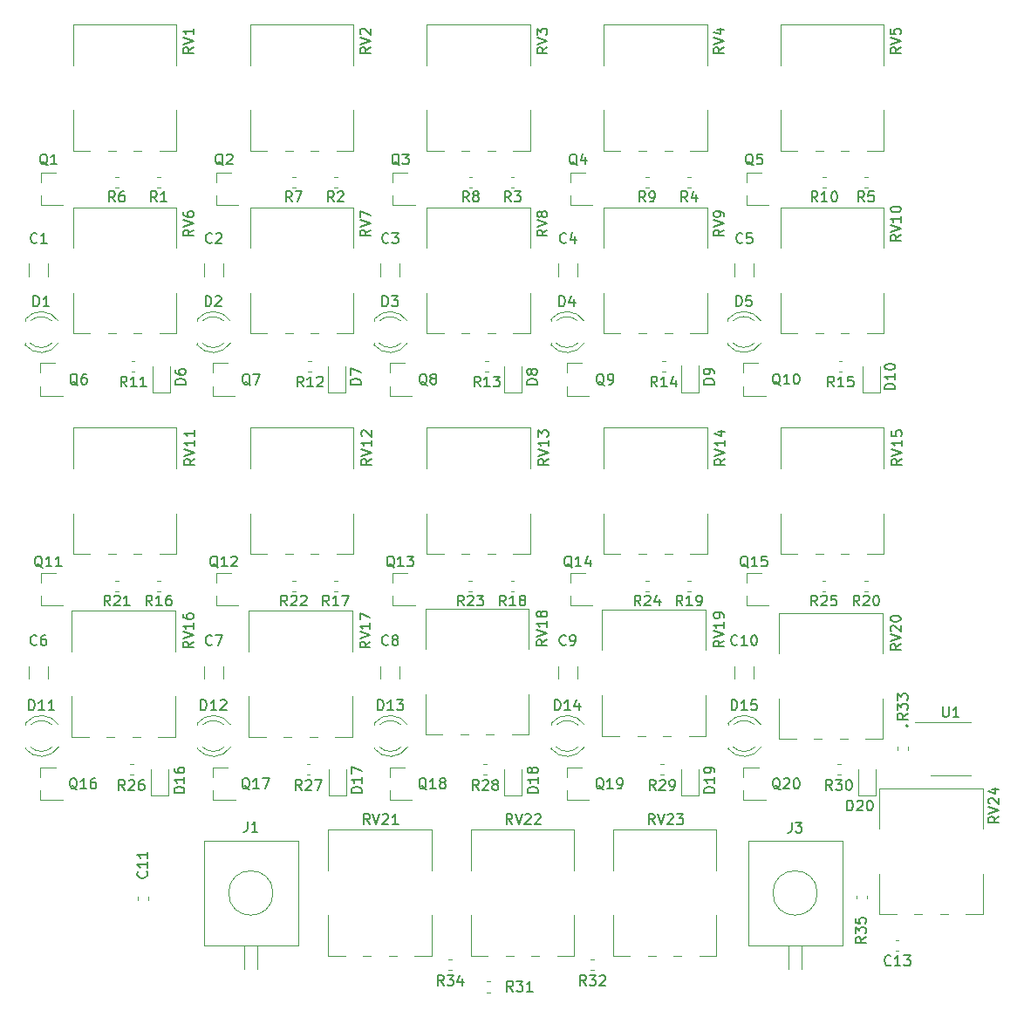
<source format=gbr>
%TF.GenerationSoftware,KiCad,Pcbnew,(5.1.6)-1*%
%TF.CreationDate,2020-10-05T18:02:00+02:00*%
%TF.ProjectId,KOSMO Mega Drone,4b4f534d-4f20-44d6-9567-612044726f6e,rev?*%
%TF.SameCoordinates,Original*%
%TF.FileFunction,Legend,Top*%
%TF.FilePolarity,Positive*%
%FSLAX46Y46*%
G04 Gerber Fmt 4.6, Leading zero omitted, Abs format (unit mm)*
G04 Created by KiCad (PCBNEW (5.1.6)-1) date 2020-10-05 18:02:00*
%MOMM*%
%LPD*%
G01*
G04 APERTURE LIST*
%ADD10C,0.120000*%
%ADD11C,0.200000*%
%ADD12C,0.150000*%
G04 APERTURE END LIST*
D10*
%TO.C,J3*%
X140483661Y-104698800D02*
G75*
G03*
X140483661Y-104698800I-2155261J0D01*
G01*
X137693400Y-112064800D02*
X137693400Y-109778800D01*
X138963400Y-109778800D02*
X138963400Y-112064800D01*
X142900400Y-99618800D02*
X133756400Y-99618800D01*
X142900400Y-99618800D02*
X142900400Y-109778800D01*
X133756400Y-99618800D02*
X133756400Y-109778800D01*
X133756400Y-109778800D02*
X142900400Y-109778800D01*
%TO.C,J1*%
X87651661Y-104698800D02*
G75*
G03*
X87651661Y-104698800I-2155261J0D01*
G01*
X84861400Y-112064800D02*
X84861400Y-109778800D01*
X86131400Y-109778800D02*
X86131400Y-112064800D01*
X90068400Y-99618800D02*
X80924400Y-99618800D01*
X90068400Y-99618800D02*
X90068400Y-109778800D01*
X80924400Y-99618800D02*
X80924400Y-109778800D01*
X80924400Y-109778800D02*
X90068400Y-109778800D01*
%TO.C,U1*%
X153438100Y-93250000D02*
X155388100Y-93250000D01*
X153438100Y-93250000D02*
X151488100Y-93250000D01*
X153438100Y-88130000D02*
X155388100Y-88130000D01*
X153438100Y-88130000D02*
X149988100Y-88130000D01*
D11*
X149297900Y-88480200D02*
G75*
G03*
X149297900Y-88480200I-101600J0D01*
G01*
D10*
%TO.C,RV24*%
X146504600Y-94550600D02*
X156545600Y-94550600D01*
X154895600Y-106790600D02*
X156545600Y-106790600D01*
X152396600Y-106790600D02*
X153155600Y-106790600D01*
X149896600Y-106790600D02*
X150655600Y-106790600D01*
X146504600Y-106790600D02*
X148154600Y-106790600D01*
X156545600Y-98486600D02*
X156545600Y-94550600D01*
X156545600Y-106790600D02*
X156545600Y-102853600D01*
X146504600Y-98486600D02*
X146504600Y-94550600D01*
X146504600Y-106790600D02*
X146504600Y-102853600D01*
%TO.C,RV23*%
X120647400Y-98563800D02*
X130688400Y-98563800D01*
X129038400Y-110803800D02*
X130688400Y-110803800D01*
X126539400Y-110803800D02*
X127298400Y-110803800D01*
X124039400Y-110803800D02*
X124798400Y-110803800D01*
X120647400Y-110803800D02*
X122297400Y-110803800D01*
X130688400Y-102499800D02*
X130688400Y-98563800D01*
X130688400Y-110803800D02*
X130688400Y-106866800D01*
X120647400Y-102499800D02*
X120647400Y-98563800D01*
X120647400Y-110803800D02*
X120647400Y-106866800D01*
%TO.C,RV22*%
X106829800Y-98563800D02*
X116870800Y-98563800D01*
X115220800Y-110803800D02*
X116870800Y-110803800D01*
X112721800Y-110803800D02*
X113480800Y-110803800D01*
X110221800Y-110803800D02*
X110980800Y-110803800D01*
X106829800Y-110803800D02*
X108479800Y-110803800D01*
X116870800Y-102499800D02*
X116870800Y-98563800D01*
X116870800Y-110803800D02*
X116870800Y-106866800D01*
X106829800Y-102499800D02*
X106829800Y-98563800D01*
X106829800Y-110803800D02*
X106829800Y-106866800D01*
%TO.C,RV21*%
X93012200Y-98563800D02*
X103053200Y-98563800D01*
X101403200Y-110803800D02*
X103053200Y-110803800D01*
X98904200Y-110803800D02*
X99663200Y-110803800D01*
X96404200Y-110803800D02*
X97163200Y-110803800D01*
X93012200Y-110803800D02*
X94662200Y-110803800D01*
X103053200Y-102499800D02*
X103053200Y-98563800D01*
X103053200Y-110803800D02*
X103053200Y-106866800D01*
X93012200Y-102499800D02*
X93012200Y-98563800D01*
X93012200Y-110803800D02*
X93012200Y-106866800D01*
%TO.C,RV20*%
X136776400Y-77527900D02*
X146817400Y-77527900D01*
X145167400Y-89767900D02*
X146817400Y-89767900D01*
X142668400Y-89767900D02*
X143427400Y-89767900D01*
X140168400Y-89767900D02*
X140927400Y-89767900D01*
X136776400Y-89767900D02*
X138426400Y-89767900D01*
X146817400Y-81463900D02*
X146817400Y-77527900D01*
X146817400Y-89767900D02*
X146817400Y-85830900D01*
X136776400Y-81463900D02*
X136776400Y-77527900D01*
X136776400Y-89767900D02*
X136776400Y-85830900D01*
%TO.C,RV19*%
X119612825Y-77197700D02*
X129653825Y-77197700D01*
X128003825Y-89437700D02*
X129653825Y-89437700D01*
X125504825Y-89437700D02*
X126263825Y-89437700D01*
X123004825Y-89437700D02*
X123763825Y-89437700D01*
X119612825Y-89437700D02*
X121262825Y-89437700D01*
X129653825Y-81133700D02*
X129653825Y-77197700D01*
X129653825Y-89437700D02*
X129653825Y-85500700D01*
X119612825Y-81133700D02*
X119612825Y-77197700D01*
X119612825Y-89437700D02*
X119612825Y-85500700D01*
%TO.C,RV18*%
X102449250Y-77096100D02*
X112490250Y-77096100D01*
X110840250Y-89336100D02*
X112490250Y-89336100D01*
X108341250Y-89336100D02*
X109100250Y-89336100D01*
X105841250Y-89336100D02*
X106600250Y-89336100D01*
X102449250Y-89336100D02*
X104099250Y-89336100D01*
X112490250Y-81032100D02*
X112490250Y-77096100D01*
X112490250Y-89336100D02*
X112490250Y-85399100D01*
X102449250Y-81032100D02*
X102449250Y-77096100D01*
X102449250Y-89336100D02*
X102449250Y-85399100D01*
%TO.C,RV17*%
X85285675Y-77299300D02*
X95326675Y-77299300D01*
X93676675Y-89539300D02*
X95326675Y-89539300D01*
X91177675Y-89539300D02*
X91936675Y-89539300D01*
X88677675Y-89539300D02*
X89436675Y-89539300D01*
X85285675Y-89539300D02*
X86935675Y-89539300D01*
X95326675Y-81235300D02*
X95326675Y-77299300D01*
X95326675Y-89539300D02*
X95326675Y-85602300D01*
X85285675Y-81235300D02*
X85285675Y-77299300D01*
X85285675Y-89539300D02*
X85285675Y-85602300D01*
%TO.C,RV16*%
X68122100Y-77299300D02*
X78163100Y-77299300D01*
X76513100Y-89539300D02*
X78163100Y-89539300D01*
X74014100Y-89539300D02*
X74773100Y-89539300D01*
X71514100Y-89539300D02*
X72273100Y-89539300D01*
X68122100Y-89539300D02*
X69772100Y-89539300D01*
X78163100Y-81235300D02*
X78163100Y-77299300D01*
X78163100Y-89539300D02*
X78163100Y-85602300D01*
X68122100Y-81235300D02*
X68122100Y-77299300D01*
X68122100Y-89539300D02*
X68122100Y-85602300D01*
%TO.C,RV15*%
X136903400Y-59544100D02*
X146944400Y-59544100D01*
X145294400Y-71784100D02*
X146944400Y-71784100D01*
X142795400Y-71784100D02*
X143554400Y-71784100D01*
X140295400Y-71784100D02*
X141054400Y-71784100D01*
X136903400Y-71784100D02*
X138553400Y-71784100D01*
X146944400Y-63480100D02*
X146944400Y-59544100D01*
X146944400Y-71784100D02*
X146944400Y-67847100D01*
X136903400Y-63480100D02*
X136903400Y-59544100D01*
X136903400Y-71784100D02*
X136903400Y-67847100D01*
%TO.C,RV14*%
X119739825Y-59544100D02*
X129780825Y-59544100D01*
X128130825Y-71784100D02*
X129780825Y-71784100D01*
X125631825Y-71784100D02*
X126390825Y-71784100D01*
X123131825Y-71784100D02*
X123890825Y-71784100D01*
X119739825Y-71784100D02*
X121389825Y-71784100D01*
X129780825Y-63480100D02*
X129780825Y-59544100D01*
X129780825Y-71784100D02*
X129780825Y-67847100D01*
X119739825Y-63480100D02*
X119739825Y-59544100D01*
X119739825Y-71784100D02*
X119739825Y-67847100D01*
%TO.C,RV13*%
X102576250Y-59544100D02*
X112617250Y-59544100D01*
X110967250Y-71784100D02*
X112617250Y-71784100D01*
X108468250Y-71784100D02*
X109227250Y-71784100D01*
X105968250Y-71784100D02*
X106727250Y-71784100D01*
X102576250Y-71784100D02*
X104226250Y-71784100D01*
X112617250Y-63480100D02*
X112617250Y-59544100D01*
X112617250Y-71784100D02*
X112617250Y-67847100D01*
X102576250Y-63480100D02*
X102576250Y-59544100D01*
X102576250Y-71784100D02*
X102576250Y-67847100D01*
%TO.C,RV12*%
X85412675Y-59544100D02*
X95453675Y-59544100D01*
X93803675Y-71784100D02*
X95453675Y-71784100D01*
X91304675Y-71784100D02*
X92063675Y-71784100D01*
X88804675Y-71784100D02*
X89563675Y-71784100D01*
X85412675Y-71784100D02*
X87062675Y-71784100D01*
X95453675Y-63480100D02*
X95453675Y-59544100D01*
X95453675Y-71784100D02*
X95453675Y-67847100D01*
X85412675Y-63480100D02*
X85412675Y-59544100D01*
X85412675Y-71784100D02*
X85412675Y-67847100D01*
%TO.C,RV11*%
X68249100Y-59544100D02*
X78290100Y-59544100D01*
X76640100Y-71784100D02*
X78290100Y-71784100D01*
X74141100Y-71784100D02*
X74900100Y-71784100D01*
X71641100Y-71784100D02*
X72400100Y-71784100D01*
X68249100Y-71784100D02*
X69899100Y-71784100D01*
X78290100Y-63480100D02*
X78290100Y-59544100D01*
X78290100Y-71784100D02*
X78290100Y-67847100D01*
X68249100Y-63480100D02*
X68249100Y-59544100D01*
X68249100Y-71784100D02*
X68249100Y-67847100D01*
%TO.C,RV10*%
X136903400Y-38152500D02*
X146944400Y-38152500D01*
X145294400Y-50392500D02*
X146944400Y-50392500D01*
X142795400Y-50392500D02*
X143554400Y-50392500D01*
X140295400Y-50392500D02*
X141054400Y-50392500D01*
X136903400Y-50392500D02*
X138553400Y-50392500D01*
X146944400Y-42088500D02*
X146944400Y-38152500D01*
X146944400Y-50392500D02*
X146944400Y-46455500D01*
X136903400Y-42088500D02*
X136903400Y-38152500D01*
X136903400Y-50392500D02*
X136903400Y-46455500D01*
%TO.C,RV9*%
X119739825Y-38152500D02*
X129780825Y-38152500D01*
X128130825Y-50392500D02*
X129780825Y-50392500D01*
X125631825Y-50392500D02*
X126390825Y-50392500D01*
X123131825Y-50392500D02*
X123890825Y-50392500D01*
X119739825Y-50392500D02*
X121389825Y-50392500D01*
X129780825Y-42088500D02*
X129780825Y-38152500D01*
X129780825Y-50392500D02*
X129780825Y-46455500D01*
X119739825Y-42088500D02*
X119739825Y-38152500D01*
X119739825Y-50392500D02*
X119739825Y-46455500D01*
%TO.C,RV8*%
X102576250Y-38152500D02*
X112617250Y-38152500D01*
X110967250Y-50392500D02*
X112617250Y-50392500D01*
X108468250Y-50392500D02*
X109227250Y-50392500D01*
X105968250Y-50392500D02*
X106727250Y-50392500D01*
X102576250Y-50392500D02*
X104226250Y-50392500D01*
X112617250Y-42088500D02*
X112617250Y-38152500D01*
X112617250Y-50392500D02*
X112617250Y-46455500D01*
X102576250Y-42088500D02*
X102576250Y-38152500D01*
X102576250Y-50392500D02*
X102576250Y-46455500D01*
%TO.C,RV7*%
X85412675Y-38152500D02*
X95453675Y-38152500D01*
X93803675Y-50392500D02*
X95453675Y-50392500D01*
X91304675Y-50392500D02*
X92063675Y-50392500D01*
X88804675Y-50392500D02*
X89563675Y-50392500D01*
X85412675Y-50392500D02*
X87062675Y-50392500D01*
X95453675Y-42088500D02*
X95453675Y-38152500D01*
X95453675Y-50392500D02*
X95453675Y-46455500D01*
X85412675Y-42088500D02*
X85412675Y-38152500D01*
X85412675Y-50392500D02*
X85412675Y-46455500D01*
%TO.C,RV6*%
X68249100Y-38152500D02*
X78290100Y-38152500D01*
X76640100Y-50392500D02*
X78290100Y-50392500D01*
X74141100Y-50392500D02*
X74900100Y-50392500D01*
X71641100Y-50392500D02*
X72400100Y-50392500D01*
X68249100Y-50392500D02*
X69899100Y-50392500D01*
X78290100Y-42088500D02*
X78290100Y-38152500D01*
X78290100Y-50392500D02*
X78290100Y-46455500D01*
X68249100Y-42088500D02*
X68249100Y-38152500D01*
X68249100Y-50392500D02*
X68249100Y-46455500D01*
%TO.C,RV5*%
X136903400Y-20408000D02*
X146944400Y-20408000D01*
X145294400Y-32648000D02*
X146944400Y-32648000D01*
X142795400Y-32648000D02*
X143554400Y-32648000D01*
X140295400Y-32648000D02*
X141054400Y-32648000D01*
X136903400Y-32648000D02*
X138553400Y-32648000D01*
X146944400Y-24344000D02*
X146944400Y-20408000D01*
X146944400Y-32648000D02*
X146944400Y-28711000D01*
X136903400Y-24344000D02*
X136903400Y-20408000D01*
X136903400Y-32648000D02*
X136903400Y-28711000D01*
%TO.C,RV4*%
X119739825Y-20408000D02*
X129780825Y-20408000D01*
X128130825Y-32648000D02*
X129780825Y-32648000D01*
X125631825Y-32648000D02*
X126390825Y-32648000D01*
X123131825Y-32648000D02*
X123890825Y-32648000D01*
X119739825Y-32648000D02*
X121389825Y-32648000D01*
X129780825Y-24344000D02*
X129780825Y-20408000D01*
X129780825Y-32648000D02*
X129780825Y-28711000D01*
X119739825Y-24344000D02*
X119739825Y-20408000D01*
X119739825Y-32648000D02*
X119739825Y-28711000D01*
%TO.C,RV3*%
X102576250Y-20408000D02*
X112617250Y-20408000D01*
X110967250Y-32648000D02*
X112617250Y-32648000D01*
X108468250Y-32648000D02*
X109227250Y-32648000D01*
X105968250Y-32648000D02*
X106727250Y-32648000D01*
X102576250Y-32648000D02*
X104226250Y-32648000D01*
X112617250Y-24344000D02*
X112617250Y-20408000D01*
X112617250Y-32648000D02*
X112617250Y-28711000D01*
X102576250Y-24344000D02*
X102576250Y-20408000D01*
X102576250Y-32648000D02*
X102576250Y-28711000D01*
%TO.C,RV2*%
X85412675Y-20408000D02*
X95453675Y-20408000D01*
X93803675Y-32648000D02*
X95453675Y-32648000D01*
X91304675Y-32648000D02*
X92063675Y-32648000D01*
X88804675Y-32648000D02*
X89563675Y-32648000D01*
X85412675Y-32648000D02*
X87062675Y-32648000D01*
X95453675Y-24344000D02*
X95453675Y-20408000D01*
X95453675Y-32648000D02*
X95453675Y-28711000D01*
X85412675Y-24344000D02*
X85412675Y-20408000D01*
X85412675Y-32648000D02*
X85412675Y-28711000D01*
%TO.C,RV1*%
X68249100Y-20408000D02*
X78290100Y-20408000D01*
X76640100Y-32648000D02*
X78290100Y-32648000D01*
X74141100Y-32648000D02*
X74900100Y-32648000D01*
X71641100Y-32648000D02*
X72400100Y-32648000D01*
X68249100Y-32648000D02*
X69899100Y-32648000D01*
X78290100Y-24344000D02*
X78290100Y-20408000D01*
X78290100Y-32648000D02*
X78290100Y-28711000D01*
X68249100Y-24344000D02*
X68249100Y-20408000D01*
X68249100Y-32648000D02*
X68249100Y-28711000D01*
%TO.C,R35*%
X144270000Y-105255279D02*
X144270000Y-104929721D01*
X145290000Y-105255279D02*
X145290000Y-104929721D01*
%TO.C,R34*%
X105013979Y-112193800D02*
X104688421Y-112193800D01*
X105013979Y-111173800D02*
X104688421Y-111173800D01*
%TO.C,R33*%
X148283200Y-90853479D02*
X148283200Y-90527921D01*
X149303200Y-90853479D02*
X149303200Y-90527921D01*
%TO.C,R32*%
X118818879Y-112193800D02*
X118493321Y-112193800D01*
X118818879Y-111173800D02*
X118493321Y-111173800D01*
%TO.C,R31*%
X108734979Y-114327400D02*
X108409421Y-114327400D01*
X108734979Y-113307400D02*
X108409421Y-113307400D01*
%TO.C,R30*%
X142407421Y-92200000D02*
X142732979Y-92200000D01*
X142407421Y-93220000D02*
X142732979Y-93220000D01*
%TO.C,R29*%
X125262421Y-92200000D02*
X125587979Y-92200000D01*
X125262421Y-93220000D02*
X125587979Y-93220000D01*
%TO.C,R28*%
X108092021Y-92200000D02*
X108417579Y-92200000D01*
X108092021Y-93220000D02*
X108417579Y-93220000D01*
%TO.C,R27*%
X90921621Y-92200000D02*
X91247179Y-92200000D01*
X90921621Y-93220000D02*
X91247179Y-93220000D01*
%TO.C,R26*%
X73751221Y-92200000D02*
X74076779Y-92200000D01*
X73751221Y-93220000D02*
X74076779Y-93220000D01*
%TO.C,R25*%
X141285079Y-75440000D02*
X140959521Y-75440000D01*
X141285079Y-74420000D02*
X140959521Y-74420000D01*
%TO.C,R24*%
X124140079Y-75440000D02*
X123814521Y-75440000D01*
X124140079Y-74420000D02*
X123814521Y-74420000D01*
%TO.C,R23*%
X106969679Y-75440000D02*
X106644121Y-75440000D01*
X106969679Y-74420000D02*
X106644121Y-74420000D01*
%TO.C,R22*%
X89818779Y-75440000D02*
X89493221Y-75440000D01*
X89818779Y-74420000D02*
X89493221Y-74420000D01*
%TO.C,R21*%
X72654279Y-75440000D02*
X72328721Y-75440000D01*
X72654279Y-74420000D02*
X72328721Y-74420000D01*
%TO.C,R20*%
X145374679Y-75440000D02*
X145049121Y-75440000D01*
X145374679Y-74420000D02*
X145049121Y-74420000D01*
%TO.C,R19*%
X128204279Y-75440000D02*
X127878721Y-75440000D01*
X128204279Y-74420000D02*
X127878721Y-74420000D01*
%TO.C,R18*%
X111059279Y-75440000D02*
X110733721Y-75440000D01*
X111059279Y-74420000D02*
X110733721Y-74420000D01*
%TO.C,R17*%
X93888879Y-75440000D02*
X93563321Y-75440000D01*
X93888879Y-74420000D02*
X93563321Y-74420000D01*
%TO.C,R16*%
X76718479Y-75440000D02*
X76392921Y-75440000D01*
X76718479Y-74420000D02*
X76392921Y-74420000D01*
%TO.C,R15*%
X142559821Y-53033200D02*
X142885379Y-53033200D01*
X142559821Y-54053200D02*
X142885379Y-54053200D01*
%TO.C,R14*%
X125389421Y-53033200D02*
X125714979Y-53033200D01*
X125389421Y-54053200D02*
X125714979Y-54053200D01*
%TO.C,R13*%
X108219021Y-53033200D02*
X108544579Y-53033200D01*
X108219021Y-54053200D02*
X108544579Y-54053200D01*
%TO.C,R12*%
X91048621Y-53033200D02*
X91374179Y-53033200D01*
X91048621Y-54053200D02*
X91374179Y-54053200D01*
%TO.C,R11*%
X73903721Y-53033200D02*
X74229279Y-53033200D01*
X73903721Y-54053200D02*
X74229279Y-54053200D01*
%TO.C,R10*%
X141310579Y-36222400D02*
X140985021Y-36222400D01*
X141310579Y-35202400D02*
X140985021Y-35202400D01*
%TO.C,R9*%
X124114779Y-36222400D02*
X123789221Y-36222400D01*
X124114779Y-35202400D02*
X123789221Y-35202400D01*
%TO.C,R8*%
X106995179Y-36222400D02*
X106669621Y-36222400D01*
X106995179Y-35202400D02*
X106669621Y-35202400D01*
%TO.C,R7*%
X89812079Y-36222400D02*
X89486521Y-36222400D01*
X89812079Y-35202400D02*
X89486521Y-35202400D01*
%TO.C,R6*%
X72641579Y-36222400D02*
X72316021Y-36222400D01*
X72641579Y-35202400D02*
X72316021Y-35202400D01*
%TO.C,R5*%
X145374579Y-36222400D02*
X145049021Y-36222400D01*
X145374579Y-35202400D02*
X145049021Y-35202400D01*
%TO.C,R4*%
X128204179Y-36222400D02*
X127878621Y-36222400D01*
X128204179Y-35202400D02*
X127878621Y-35202400D01*
%TO.C,R3*%
X111059179Y-36222400D02*
X110733621Y-36222400D01*
X111059179Y-35202400D02*
X110733621Y-35202400D01*
%TO.C,R2*%
X93886979Y-36222400D02*
X93561421Y-36222400D01*
X93886979Y-35202400D02*
X93561421Y-35202400D01*
%TO.C,R1*%
X76718479Y-36222400D02*
X76392921Y-36222400D01*
X76718479Y-35202400D02*
X76392921Y-35202400D01*
%TO.C,Q20*%
X133326600Y-92527000D02*
X133326600Y-93457000D01*
X133326600Y-95687000D02*
X133326600Y-94757000D01*
X133326600Y-95687000D02*
X135486600Y-95687000D01*
X133326600Y-92527000D02*
X134786600Y-92527000D01*
%TO.C,Q19*%
X116181600Y-92527000D02*
X116181600Y-93457000D01*
X116181600Y-95687000D02*
X116181600Y-94757000D01*
X116181600Y-95687000D02*
X118341600Y-95687000D01*
X116181600Y-92527000D02*
X117641600Y-92527000D01*
%TO.C,Q18*%
X98985800Y-92527000D02*
X98985800Y-93457000D01*
X98985800Y-95687000D02*
X98985800Y-94757000D01*
X98985800Y-95687000D02*
X101145800Y-95687000D01*
X98985800Y-92527000D02*
X100445800Y-92527000D01*
%TO.C,Q17*%
X81815400Y-92527000D02*
X81815400Y-93457000D01*
X81815400Y-95687000D02*
X81815400Y-94757000D01*
X81815400Y-95687000D02*
X83975400Y-95687000D01*
X81815400Y-92527000D02*
X83275400Y-92527000D01*
%TO.C,Q16*%
X65076800Y-92527000D02*
X65076800Y-93457000D01*
X65076800Y-95687000D02*
X65076800Y-94757000D01*
X65076800Y-95687000D02*
X67236800Y-95687000D01*
X65076800Y-92527000D02*
X66536800Y-92527000D01*
%TO.C,Q15*%
X133606000Y-73654800D02*
X133606000Y-74584800D01*
X133606000Y-76814800D02*
X133606000Y-75884800D01*
X133606000Y-76814800D02*
X135766000Y-76814800D01*
X133606000Y-73654800D02*
X135066000Y-73654800D01*
%TO.C,Q14*%
X116511800Y-73654800D02*
X116511800Y-74584800D01*
X116511800Y-76814800D02*
X116511800Y-75884800D01*
X116511800Y-76814800D02*
X118671800Y-76814800D01*
X116511800Y-73654800D02*
X117971800Y-73654800D01*
%TO.C,Q13*%
X99265200Y-73654800D02*
X99265200Y-74584800D01*
X99265200Y-76814800D02*
X99265200Y-75884800D01*
X99265200Y-76814800D02*
X101425200Y-76814800D01*
X99265200Y-73654800D02*
X100725200Y-73654800D01*
%TO.C,Q12*%
X82145600Y-73654800D02*
X82145600Y-74584800D01*
X82145600Y-76814800D02*
X82145600Y-75884800D01*
X82145600Y-76814800D02*
X84305600Y-76814800D01*
X82145600Y-73654800D02*
X83605600Y-73654800D01*
%TO.C,Q11*%
X65102200Y-73654800D02*
X65102200Y-74584800D01*
X65102200Y-76814800D02*
X65102200Y-75884800D01*
X65102200Y-76814800D02*
X67262200Y-76814800D01*
X65102200Y-73654800D02*
X66562200Y-73654800D01*
%TO.C,Q10*%
X133301200Y-53271300D02*
X133301200Y-54201300D01*
X133301200Y-56431300D02*
X133301200Y-55501300D01*
X133301200Y-56431300D02*
X135461200Y-56431300D01*
X133301200Y-53271300D02*
X134761200Y-53271300D01*
%TO.C,Q9*%
X116156200Y-53271300D02*
X116156200Y-54201300D01*
X116156200Y-56431300D02*
X116156200Y-55501300D01*
X116156200Y-56431300D02*
X118316200Y-56431300D01*
X116156200Y-53271300D02*
X117616200Y-53271300D01*
%TO.C,Q8*%
X98960400Y-53271300D02*
X98960400Y-54201300D01*
X98960400Y-56431300D02*
X98960400Y-55501300D01*
X98960400Y-56431300D02*
X101120400Y-56431300D01*
X98960400Y-53271300D02*
X100420400Y-53271300D01*
%TO.C,Q7*%
X81790000Y-53271300D02*
X81790000Y-54201300D01*
X81790000Y-56431300D02*
X81790000Y-55501300D01*
X81790000Y-56431300D02*
X83950000Y-56431300D01*
X81790000Y-53271300D02*
X83250000Y-53271300D01*
%TO.C,Q6*%
X65051400Y-53271300D02*
X65051400Y-54201300D01*
X65051400Y-56431300D02*
X65051400Y-55501300D01*
X65051400Y-56431300D02*
X67211400Y-56431300D01*
X65051400Y-53271300D02*
X66511400Y-53271300D01*
%TO.C,Q5*%
X133606000Y-34792800D02*
X133606000Y-35722800D01*
X133606000Y-37952800D02*
X133606000Y-37022800D01*
X133606000Y-37952800D02*
X135766000Y-37952800D01*
X133606000Y-34792800D02*
X135066000Y-34792800D01*
%TO.C,Q4*%
X116511800Y-34792800D02*
X116511800Y-35722800D01*
X116511800Y-37952800D02*
X116511800Y-37022800D01*
X116511800Y-37952800D02*
X118671800Y-37952800D01*
X116511800Y-34792800D02*
X117971800Y-34792800D01*
%TO.C,Q3*%
X99265200Y-34792800D02*
X99265200Y-35722800D01*
X99265200Y-37952800D02*
X99265200Y-37022800D01*
X99265200Y-37952800D02*
X101425200Y-37952800D01*
X99265200Y-34792800D02*
X100725200Y-34792800D01*
%TO.C,Q2*%
X82145600Y-34792800D02*
X82145600Y-35722800D01*
X82145600Y-37952800D02*
X82145600Y-37022800D01*
X82145600Y-37952800D02*
X84305600Y-37952800D01*
X82145600Y-34792800D02*
X83605600Y-34792800D01*
%TO.C,Q1*%
X65102200Y-34792800D02*
X65102200Y-35722800D01*
X65102200Y-37952800D02*
X65102200Y-37022800D01*
X65102200Y-37952800D02*
X67262200Y-37952800D01*
X65102200Y-34792800D02*
X66562200Y-34792800D01*
%TO.C,D20*%
X144463400Y-95251400D02*
X146163400Y-95251400D01*
X146163400Y-95251400D02*
X146163400Y-92701400D01*
X144463400Y-95251400D02*
X144463400Y-92701400D01*
%TO.C,D19*%
X127267600Y-95251400D02*
X128967600Y-95251400D01*
X128967600Y-95251400D02*
X128967600Y-92701400D01*
X127267600Y-95251400D02*
X127267600Y-92701400D01*
%TO.C,D18*%
X110122600Y-95251400D02*
X111822600Y-95251400D01*
X111822600Y-95251400D02*
X111822600Y-92701400D01*
X110122600Y-95251400D02*
X110122600Y-92701400D01*
%TO.C,D17*%
X93028400Y-95251400D02*
X94728400Y-95251400D01*
X94728400Y-95251400D02*
X94728400Y-92701400D01*
X93028400Y-95251400D02*
X93028400Y-92701400D01*
%TO.C,D16*%
X75807200Y-95251400D02*
X77507200Y-95251400D01*
X77507200Y-95251400D02*
X77507200Y-92701400D01*
X75807200Y-95251400D02*
X75807200Y-92701400D01*
%TO.C,D15*%
X134416530Y-90538637D02*
G75*
G02*
X132334439Y-90538800I-1041130J1079837D01*
G01*
X134416530Y-88378963D02*
G75*
G03*
X132334439Y-88378800I-1041130J-1079837D01*
G01*
X135047735Y-90537408D02*
G75*
G02*
X131815400Y-90694316I-1672335J1078608D01*
G01*
X135047735Y-88380192D02*
G75*
G03*
X131815400Y-88223284I-1672335J-1078608D01*
G01*
X131815400Y-88222800D02*
X131815400Y-88378800D01*
X131815400Y-90538800D02*
X131815400Y-90694800D01*
%TO.C,D14*%
X117246130Y-90538637D02*
G75*
G02*
X115164039Y-90538800I-1041130J1079837D01*
G01*
X117246130Y-88378963D02*
G75*
G03*
X115164039Y-88378800I-1041130J-1079837D01*
G01*
X117877335Y-90537408D02*
G75*
G02*
X114645000Y-90694316I-1672335J1078608D01*
G01*
X117877335Y-88380192D02*
G75*
G03*
X114645000Y-88223284I-1672335J-1078608D01*
G01*
X114645000Y-88222800D02*
X114645000Y-88378800D01*
X114645000Y-90538800D02*
X114645000Y-90694800D01*
%TO.C,D13*%
X100075730Y-90538637D02*
G75*
G02*
X97993639Y-90538800I-1041130J1079837D01*
G01*
X100075730Y-88378963D02*
G75*
G03*
X97993639Y-88378800I-1041130J-1079837D01*
G01*
X100706935Y-90537408D02*
G75*
G02*
X97474600Y-90694316I-1672335J1078608D01*
G01*
X100706935Y-88380192D02*
G75*
G03*
X97474600Y-88223284I-1672335J-1078608D01*
G01*
X97474600Y-88222800D02*
X97474600Y-88378800D01*
X97474600Y-90538800D02*
X97474600Y-90694800D01*
%TO.C,D12*%
X82905330Y-90538637D02*
G75*
G02*
X80823239Y-90538800I-1041130J1079837D01*
G01*
X82905330Y-88378963D02*
G75*
G03*
X80823239Y-88378800I-1041130J-1079837D01*
G01*
X83536535Y-90537408D02*
G75*
G02*
X80304200Y-90694316I-1672335J1078608D01*
G01*
X83536535Y-88380192D02*
G75*
G03*
X80304200Y-88223284I-1672335J-1078608D01*
G01*
X80304200Y-88222800D02*
X80304200Y-88378800D01*
X80304200Y-90538800D02*
X80304200Y-90694800D01*
%TO.C,D11*%
X66204830Y-90538637D02*
G75*
G02*
X64122739Y-90538800I-1041130J1079837D01*
G01*
X66204830Y-88378963D02*
G75*
G03*
X64122739Y-88378800I-1041130J-1079837D01*
G01*
X66836035Y-90537408D02*
G75*
G02*
X63603700Y-90694316I-1672335J1078608D01*
G01*
X66836035Y-88380192D02*
G75*
G03*
X63603700Y-88223284I-1672335J-1078608D01*
G01*
X63603700Y-88222800D02*
X63603700Y-88378800D01*
X63603700Y-90538800D02*
X63603700Y-90694800D01*
%TO.C,D10*%
X144844400Y-56097300D02*
X146544400Y-56097300D01*
X146544400Y-56097300D02*
X146544400Y-53547300D01*
X144844400Y-56097300D02*
X144844400Y-53547300D01*
%TO.C,D9*%
X127267600Y-56084600D02*
X128967600Y-56084600D01*
X128967600Y-56084600D02*
X128967600Y-53534600D01*
X127267600Y-56084600D02*
X127267600Y-53534600D01*
%TO.C,D8*%
X110122600Y-56097300D02*
X111822600Y-56097300D01*
X111822600Y-56097300D02*
X111822600Y-53547300D01*
X110122600Y-56097300D02*
X110122600Y-53547300D01*
%TO.C,D7*%
X92977600Y-56097300D02*
X94677600Y-56097300D01*
X94677600Y-56097300D02*
X94677600Y-53547300D01*
X92977600Y-56097300D02*
X92977600Y-53547300D01*
%TO.C,D6*%
X75972300Y-56097300D02*
X77672300Y-56097300D01*
X77672300Y-56097300D02*
X77672300Y-53547300D01*
X75972300Y-56097300D02*
X75972300Y-53547300D01*
%TO.C,D5*%
X134391130Y-51321037D02*
G75*
G02*
X132309039Y-51321200I-1041130J1079837D01*
G01*
X134391130Y-49161363D02*
G75*
G03*
X132309039Y-49161200I-1041130J-1079837D01*
G01*
X135022335Y-51319808D02*
G75*
G02*
X131790000Y-51476716I-1672335J1078608D01*
G01*
X135022335Y-49162592D02*
G75*
G03*
X131790000Y-49005684I-1672335J-1078608D01*
G01*
X131790000Y-49005200D02*
X131790000Y-49161200D01*
X131790000Y-51321200D02*
X131790000Y-51477200D01*
%TO.C,D4*%
X117220730Y-51333737D02*
G75*
G02*
X115138639Y-51333900I-1041130J1079837D01*
G01*
X117220730Y-49174063D02*
G75*
G03*
X115138639Y-49173900I-1041130J-1079837D01*
G01*
X117851935Y-51332508D02*
G75*
G02*
X114619600Y-51489416I-1672335J1078608D01*
G01*
X117851935Y-49175292D02*
G75*
G03*
X114619600Y-49018384I-1672335J-1078608D01*
G01*
X114619600Y-49017900D02*
X114619600Y-49173900D01*
X114619600Y-51333900D02*
X114619600Y-51489900D01*
%TO.C,D3*%
X100050330Y-51333737D02*
G75*
G02*
X97968239Y-51333900I-1041130J1079837D01*
G01*
X100050330Y-49174063D02*
G75*
G03*
X97968239Y-49173900I-1041130J-1079837D01*
G01*
X100681535Y-51332508D02*
G75*
G02*
X97449200Y-51489416I-1672335J1078608D01*
G01*
X100681535Y-49175292D02*
G75*
G03*
X97449200Y-49018384I-1672335J-1078608D01*
G01*
X97449200Y-49017900D02*
X97449200Y-49173900D01*
X97449200Y-51333900D02*
X97449200Y-51489900D01*
%TO.C,D2*%
X82879930Y-51333737D02*
G75*
G02*
X80797839Y-51333900I-1041130J1079837D01*
G01*
X82879930Y-49174063D02*
G75*
G03*
X80797839Y-49173900I-1041130J-1079837D01*
G01*
X83511135Y-51332508D02*
G75*
G02*
X80278800Y-51489416I-1672335J1078608D01*
G01*
X83511135Y-49175292D02*
G75*
G03*
X80278800Y-49018384I-1672335J-1078608D01*
G01*
X80278800Y-49017900D02*
X80278800Y-49173900D01*
X80278800Y-51333900D02*
X80278800Y-51489900D01*
%TO.C,D1*%
X66179430Y-51333737D02*
G75*
G02*
X64097339Y-51333900I-1041130J1079837D01*
G01*
X66179430Y-49174063D02*
G75*
G03*
X64097339Y-49173900I-1041130J-1079837D01*
G01*
X66810635Y-51332508D02*
G75*
G02*
X63578300Y-51489416I-1672335J1078608D01*
G01*
X66810635Y-49175292D02*
G75*
G03*
X63578300Y-49018384I-1672335J-1078608D01*
G01*
X63578300Y-49017900D02*
X63578300Y-49173900D01*
X63578300Y-51333900D02*
X63578300Y-51489900D01*
%TO.C,C13*%
X148071621Y-109281500D02*
X148397179Y-109281500D01*
X148071621Y-110301500D02*
X148397179Y-110301500D01*
%TO.C,C11*%
X75554300Y-105069521D02*
X75554300Y-105395079D01*
X74534300Y-105069521D02*
X74534300Y-105395079D01*
%TO.C,C10*%
X134285400Y-82709936D02*
X134285400Y-83914064D01*
X132465400Y-82709936D02*
X132465400Y-83914064D01*
%TO.C,C9*%
X117165800Y-82709936D02*
X117165800Y-83914064D01*
X115345800Y-82709936D02*
X115345800Y-83914064D01*
%TO.C,C8*%
X99919200Y-82709936D02*
X99919200Y-83914064D01*
X98099200Y-82709936D02*
X98099200Y-83914064D01*
%TO.C,C7*%
X82799600Y-82709936D02*
X82799600Y-83914064D01*
X80979600Y-82709936D02*
X80979600Y-83914064D01*
%TO.C,C6*%
X65794300Y-82709936D02*
X65794300Y-83914064D01*
X63974300Y-82709936D02*
X63974300Y-83914064D01*
%TO.C,C5*%
X134285400Y-43619336D02*
X134285400Y-44823464D01*
X132465400Y-43619336D02*
X132465400Y-44823464D01*
%TO.C,C4*%
X117165800Y-43619336D02*
X117165800Y-44823464D01*
X115345800Y-43619336D02*
X115345800Y-44823464D01*
%TO.C,C3*%
X99919200Y-43619336D02*
X99919200Y-44823464D01*
X98099200Y-43619336D02*
X98099200Y-44823464D01*
%TO.C,C2*%
X82799600Y-43619336D02*
X82799600Y-44823464D01*
X80979600Y-43619336D02*
X80979600Y-44823464D01*
%TO.C,C1*%
X65794300Y-43619336D02*
X65794300Y-44823464D01*
X63974300Y-43619336D02*
X63974300Y-44823464D01*
%TO.C,J3*%
D12*
X137995066Y-97839280D02*
X137995066Y-98553566D01*
X137947447Y-98696423D01*
X137852209Y-98791661D01*
X137709352Y-98839280D01*
X137614114Y-98839280D01*
X138376019Y-97839280D02*
X138995066Y-97839280D01*
X138661733Y-98220233D01*
X138804590Y-98220233D01*
X138899828Y-98267852D01*
X138947447Y-98315471D01*
X138995066Y-98410709D01*
X138995066Y-98648804D01*
X138947447Y-98744042D01*
X138899828Y-98791661D01*
X138804590Y-98839280D01*
X138518876Y-98839280D01*
X138423638Y-98791661D01*
X138376019Y-98744042D01*
%TO.C,J1*%
X85163066Y-97750380D02*
X85163066Y-98464666D01*
X85115447Y-98607523D01*
X85020209Y-98702761D01*
X84877352Y-98750380D01*
X84782114Y-98750380D01*
X86163066Y-98750380D02*
X85591638Y-98750380D01*
X85877352Y-98750380D02*
X85877352Y-97750380D01*
X85782114Y-97893238D01*
X85686876Y-97988476D01*
X85591638Y-98036095D01*
%TO.C,U1*%
X152666795Y-86612480D02*
X152666795Y-87422004D01*
X152714414Y-87517242D01*
X152762033Y-87564861D01*
X152857271Y-87612480D01*
X153047747Y-87612480D01*
X153142985Y-87564861D01*
X153190604Y-87517242D01*
X153238223Y-87422004D01*
X153238223Y-86612480D01*
X154238223Y-87612480D02*
X153666795Y-87612480D01*
X153952509Y-87612480D02*
X153952509Y-86612480D01*
X153857271Y-86755338D01*
X153762033Y-86850576D01*
X153666795Y-86898195D01*
%TO.C,RV24*%
X158110180Y-97273928D02*
X157633990Y-97607261D01*
X158110180Y-97845357D02*
X157110180Y-97845357D01*
X157110180Y-97464404D01*
X157157800Y-97369166D01*
X157205419Y-97321547D01*
X157300657Y-97273928D01*
X157443514Y-97273928D01*
X157538752Y-97321547D01*
X157586371Y-97369166D01*
X157633990Y-97464404D01*
X157633990Y-97845357D01*
X157110180Y-96988214D02*
X158110180Y-96654880D01*
X157110180Y-96321547D01*
X157205419Y-96035833D02*
X157157800Y-95988214D01*
X157110180Y-95892976D01*
X157110180Y-95654880D01*
X157157800Y-95559642D01*
X157205419Y-95512023D01*
X157300657Y-95464404D01*
X157395895Y-95464404D01*
X157538752Y-95512023D01*
X158110180Y-96083452D01*
X158110180Y-95464404D01*
X157443514Y-94607261D02*
X158110180Y-94607261D01*
X157062561Y-94845357D02*
X157776847Y-95083452D01*
X157776847Y-94464404D01*
%TO.C,RV23*%
X124693971Y-98034380D02*
X124360638Y-97558190D01*
X124122542Y-98034380D02*
X124122542Y-97034380D01*
X124503495Y-97034380D01*
X124598733Y-97082000D01*
X124646352Y-97129619D01*
X124693971Y-97224857D01*
X124693971Y-97367714D01*
X124646352Y-97462952D01*
X124598733Y-97510571D01*
X124503495Y-97558190D01*
X124122542Y-97558190D01*
X124979685Y-97034380D02*
X125313019Y-98034380D01*
X125646352Y-97034380D01*
X125932066Y-97129619D02*
X125979685Y-97082000D01*
X126074923Y-97034380D01*
X126313019Y-97034380D01*
X126408257Y-97082000D01*
X126455876Y-97129619D01*
X126503495Y-97224857D01*
X126503495Y-97320095D01*
X126455876Y-97462952D01*
X125884447Y-98034380D01*
X126503495Y-98034380D01*
X126836828Y-97034380D02*
X127455876Y-97034380D01*
X127122542Y-97415333D01*
X127265400Y-97415333D01*
X127360638Y-97462952D01*
X127408257Y-97510571D01*
X127455876Y-97605809D01*
X127455876Y-97843904D01*
X127408257Y-97939142D01*
X127360638Y-97986761D01*
X127265400Y-98034380D01*
X126979685Y-98034380D01*
X126884447Y-97986761D01*
X126836828Y-97939142D01*
%TO.C,RV22*%
X110876371Y-98034380D02*
X110543038Y-97558190D01*
X110304942Y-98034380D02*
X110304942Y-97034380D01*
X110685895Y-97034380D01*
X110781133Y-97082000D01*
X110828752Y-97129619D01*
X110876371Y-97224857D01*
X110876371Y-97367714D01*
X110828752Y-97462952D01*
X110781133Y-97510571D01*
X110685895Y-97558190D01*
X110304942Y-97558190D01*
X111162085Y-97034380D02*
X111495419Y-98034380D01*
X111828752Y-97034380D01*
X112114466Y-97129619D02*
X112162085Y-97082000D01*
X112257323Y-97034380D01*
X112495419Y-97034380D01*
X112590657Y-97082000D01*
X112638276Y-97129619D01*
X112685895Y-97224857D01*
X112685895Y-97320095D01*
X112638276Y-97462952D01*
X112066847Y-98034380D01*
X112685895Y-98034380D01*
X113066847Y-97129619D02*
X113114466Y-97082000D01*
X113209704Y-97034380D01*
X113447800Y-97034380D01*
X113543038Y-97082000D01*
X113590657Y-97129619D01*
X113638276Y-97224857D01*
X113638276Y-97320095D01*
X113590657Y-97462952D01*
X113019228Y-98034380D01*
X113638276Y-98034380D01*
%TO.C,RV21*%
X97058771Y-98034380D02*
X96725438Y-97558190D01*
X96487342Y-98034380D02*
X96487342Y-97034380D01*
X96868295Y-97034380D01*
X96963533Y-97082000D01*
X97011152Y-97129619D01*
X97058771Y-97224857D01*
X97058771Y-97367714D01*
X97011152Y-97462952D01*
X96963533Y-97510571D01*
X96868295Y-97558190D01*
X96487342Y-97558190D01*
X97344485Y-97034380D02*
X97677819Y-98034380D01*
X98011152Y-97034380D01*
X98296866Y-97129619D02*
X98344485Y-97082000D01*
X98439723Y-97034380D01*
X98677819Y-97034380D01*
X98773057Y-97082000D01*
X98820676Y-97129619D01*
X98868295Y-97224857D01*
X98868295Y-97320095D01*
X98820676Y-97462952D01*
X98249247Y-98034380D01*
X98868295Y-98034380D01*
X99820676Y-98034380D02*
X99249247Y-98034380D01*
X99534961Y-98034380D02*
X99534961Y-97034380D01*
X99439723Y-97177238D01*
X99344485Y-97272476D01*
X99249247Y-97320095D01*
%TO.C,RV20*%
X148569780Y-80538528D02*
X148093590Y-80871861D01*
X148569780Y-81109957D02*
X147569780Y-81109957D01*
X147569780Y-80729004D01*
X147617400Y-80633766D01*
X147665019Y-80586147D01*
X147760257Y-80538528D01*
X147903114Y-80538528D01*
X147998352Y-80586147D01*
X148045971Y-80633766D01*
X148093590Y-80729004D01*
X148093590Y-81109957D01*
X147569780Y-80252814D02*
X148569780Y-79919480D01*
X147569780Y-79586147D01*
X147665019Y-79300433D02*
X147617400Y-79252814D01*
X147569780Y-79157576D01*
X147569780Y-78919480D01*
X147617400Y-78824242D01*
X147665019Y-78776623D01*
X147760257Y-78729004D01*
X147855495Y-78729004D01*
X147998352Y-78776623D01*
X148569780Y-79348052D01*
X148569780Y-78729004D01*
X147569780Y-78109957D02*
X147569780Y-78014719D01*
X147617400Y-77919480D01*
X147665019Y-77871861D01*
X147760257Y-77824242D01*
X147950733Y-77776623D01*
X148188828Y-77776623D01*
X148379304Y-77824242D01*
X148474542Y-77871861D01*
X148522161Y-77919480D01*
X148569780Y-78014719D01*
X148569780Y-78109957D01*
X148522161Y-78205195D01*
X148474542Y-78252814D01*
X148379304Y-78300433D01*
X148188828Y-78348052D01*
X147950733Y-78348052D01*
X147760257Y-78300433D01*
X147665019Y-78252814D01*
X147617400Y-78205195D01*
X147569780Y-78109957D01*
%TO.C,RV19*%
X131406205Y-80208328D02*
X130930015Y-80541661D01*
X131406205Y-80779757D02*
X130406205Y-80779757D01*
X130406205Y-80398804D01*
X130453825Y-80303566D01*
X130501444Y-80255947D01*
X130596682Y-80208328D01*
X130739539Y-80208328D01*
X130834777Y-80255947D01*
X130882396Y-80303566D01*
X130930015Y-80398804D01*
X130930015Y-80779757D01*
X130406205Y-79922614D02*
X131406205Y-79589280D01*
X130406205Y-79255947D01*
X131406205Y-78398804D02*
X131406205Y-78970233D01*
X131406205Y-78684519D02*
X130406205Y-78684519D01*
X130549063Y-78779757D01*
X130644301Y-78874995D01*
X130691920Y-78970233D01*
X131406205Y-77922614D02*
X131406205Y-77732138D01*
X131358586Y-77636900D01*
X131310967Y-77589280D01*
X131168110Y-77494042D01*
X130977634Y-77446423D01*
X130596682Y-77446423D01*
X130501444Y-77494042D01*
X130453825Y-77541661D01*
X130406205Y-77636900D01*
X130406205Y-77827376D01*
X130453825Y-77922614D01*
X130501444Y-77970233D01*
X130596682Y-78017852D01*
X130834777Y-78017852D01*
X130930015Y-77970233D01*
X130977634Y-77922614D01*
X131025253Y-77827376D01*
X131025253Y-77636900D01*
X130977634Y-77541661D01*
X130930015Y-77494042D01*
X130834777Y-77446423D01*
%TO.C,RV18*%
X114242630Y-80106728D02*
X113766440Y-80440061D01*
X114242630Y-80678157D02*
X113242630Y-80678157D01*
X113242630Y-80297204D01*
X113290250Y-80201966D01*
X113337869Y-80154347D01*
X113433107Y-80106728D01*
X113575964Y-80106728D01*
X113671202Y-80154347D01*
X113718821Y-80201966D01*
X113766440Y-80297204D01*
X113766440Y-80678157D01*
X113242630Y-79821014D02*
X114242630Y-79487680D01*
X113242630Y-79154347D01*
X114242630Y-78297204D02*
X114242630Y-78868633D01*
X114242630Y-78582919D02*
X113242630Y-78582919D01*
X113385488Y-78678157D01*
X113480726Y-78773395D01*
X113528345Y-78868633D01*
X113671202Y-77725776D02*
X113623583Y-77821014D01*
X113575964Y-77868633D01*
X113480726Y-77916252D01*
X113433107Y-77916252D01*
X113337869Y-77868633D01*
X113290250Y-77821014D01*
X113242630Y-77725776D01*
X113242630Y-77535300D01*
X113290250Y-77440061D01*
X113337869Y-77392442D01*
X113433107Y-77344823D01*
X113480726Y-77344823D01*
X113575964Y-77392442D01*
X113623583Y-77440061D01*
X113671202Y-77535300D01*
X113671202Y-77725776D01*
X113718821Y-77821014D01*
X113766440Y-77868633D01*
X113861678Y-77916252D01*
X114052154Y-77916252D01*
X114147392Y-77868633D01*
X114195011Y-77821014D01*
X114242630Y-77725776D01*
X114242630Y-77535300D01*
X114195011Y-77440061D01*
X114147392Y-77392442D01*
X114052154Y-77344823D01*
X113861678Y-77344823D01*
X113766440Y-77392442D01*
X113718821Y-77440061D01*
X113671202Y-77535300D01*
%TO.C,RV17*%
X97079055Y-80309928D02*
X96602865Y-80643261D01*
X97079055Y-80881357D02*
X96079055Y-80881357D01*
X96079055Y-80500404D01*
X96126675Y-80405166D01*
X96174294Y-80357547D01*
X96269532Y-80309928D01*
X96412389Y-80309928D01*
X96507627Y-80357547D01*
X96555246Y-80405166D01*
X96602865Y-80500404D01*
X96602865Y-80881357D01*
X96079055Y-80024214D02*
X97079055Y-79690880D01*
X96079055Y-79357547D01*
X97079055Y-78500404D02*
X97079055Y-79071833D01*
X97079055Y-78786119D02*
X96079055Y-78786119D01*
X96221913Y-78881357D01*
X96317151Y-78976595D01*
X96364770Y-79071833D01*
X96079055Y-78167071D02*
X96079055Y-77500404D01*
X97079055Y-77928976D01*
%TO.C,RV16*%
X79915480Y-80309928D02*
X79439290Y-80643261D01*
X79915480Y-80881357D02*
X78915480Y-80881357D01*
X78915480Y-80500404D01*
X78963100Y-80405166D01*
X79010719Y-80357547D01*
X79105957Y-80309928D01*
X79248814Y-80309928D01*
X79344052Y-80357547D01*
X79391671Y-80405166D01*
X79439290Y-80500404D01*
X79439290Y-80881357D01*
X78915480Y-80024214D02*
X79915480Y-79690880D01*
X78915480Y-79357547D01*
X79915480Y-78500404D02*
X79915480Y-79071833D01*
X79915480Y-78786119D02*
X78915480Y-78786119D01*
X79058338Y-78881357D01*
X79153576Y-78976595D01*
X79201195Y-79071833D01*
X78915480Y-77643261D02*
X78915480Y-77833738D01*
X78963100Y-77928976D01*
X79010719Y-77976595D01*
X79153576Y-78071833D01*
X79344052Y-78119452D01*
X79725004Y-78119452D01*
X79820242Y-78071833D01*
X79867861Y-78024214D01*
X79915480Y-77928976D01*
X79915480Y-77738500D01*
X79867861Y-77643261D01*
X79820242Y-77595642D01*
X79725004Y-77548023D01*
X79486909Y-77548023D01*
X79391671Y-77595642D01*
X79344052Y-77643261D01*
X79296433Y-77738500D01*
X79296433Y-77928976D01*
X79344052Y-78024214D01*
X79391671Y-78071833D01*
X79486909Y-78119452D01*
%TO.C,RV15*%
X148696780Y-62554728D02*
X148220590Y-62888061D01*
X148696780Y-63126157D02*
X147696780Y-63126157D01*
X147696780Y-62745204D01*
X147744400Y-62649966D01*
X147792019Y-62602347D01*
X147887257Y-62554728D01*
X148030114Y-62554728D01*
X148125352Y-62602347D01*
X148172971Y-62649966D01*
X148220590Y-62745204D01*
X148220590Y-63126157D01*
X147696780Y-62269014D02*
X148696780Y-61935680D01*
X147696780Y-61602347D01*
X148696780Y-60745204D02*
X148696780Y-61316633D01*
X148696780Y-61030919D02*
X147696780Y-61030919D01*
X147839638Y-61126157D01*
X147934876Y-61221395D01*
X147982495Y-61316633D01*
X147696780Y-59840442D02*
X147696780Y-60316633D01*
X148172971Y-60364252D01*
X148125352Y-60316633D01*
X148077733Y-60221395D01*
X148077733Y-59983300D01*
X148125352Y-59888061D01*
X148172971Y-59840442D01*
X148268209Y-59792823D01*
X148506304Y-59792823D01*
X148601542Y-59840442D01*
X148649161Y-59888061D01*
X148696780Y-59983300D01*
X148696780Y-60221395D01*
X148649161Y-60316633D01*
X148601542Y-60364252D01*
%TO.C,RV14*%
X131533205Y-62554728D02*
X131057015Y-62888061D01*
X131533205Y-63126157D02*
X130533205Y-63126157D01*
X130533205Y-62745204D01*
X130580825Y-62649966D01*
X130628444Y-62602347D01*
X130723682Y-62554728D01*
X130866539Y-62554728D01*
X130961777Y-62602347D01*
X131009396Y-62649966D01*
X131057015Y-62745204D01*
X131057015Y-63126157D01*
X130533205Y-62269014D02*
X131533205Y-61935680D01*
X130533205Y-61602347D01*
X131533205Y-60745204D02*
X131533205Y-61316633D01*
X131533205Y-61030919D02*
X130533205Y-61030919D01*
X130676063Y-61126157D01*
X130771301Y-61221395D01*
X130818920Y-61316633D01*
X130866539Y-59888061D02*
X131533205Y-59888061D01*
X130485586Y-60126157D02*
X131199872Y-60364252D01*
X131199872Y-59745204D01*
%TO.C,RV13*%
X114369630Y-62554728D02*
X113893440Y-62888061D01*
X114369630Y-63126157D02*
X113369630Y-63126157D01*
X113369630Y-62745204D01*
X113417250Y-62649966D01*
X113464869Y-62602347D01*
X113560107Y-62554728D01*
X113702964Y-62554728D01*
X113798202Y-62602347D01*
X113845821Y-62649966D01*
X113893440Y-62745204D01*
X113893440Y-63126157D01*
X113369630Y-62269014D02*
X114369630Y-61935680D01*
X113369630Y-61602347D01*
X114369630Y-60745204D02*
X114369630Y-61316633D01*
X114369630Y-61030919D02*
X113369630Y-61030919D01*
X113512488Y-61126157D01*
X113607726Y-61221395D01*
X113655345Y-61316633D01*
X113369630Y-60411871D02*
X113369630Y-59792823D01*
X113750583Y-60126157D01*
X113750583Y-59983300D01*
X113798202Y-59888061D01*
X113845821Y-59840442D01*
X113941059Y-59792823D01*
X114179154Y-59792823D01*
X114274392Y-59840442D01*
X114322011Y-59888061D01*
X114369630Y-59983300D01*
X114369630Y-60269014D01*
X114322011Y-60364252D01*
X114274392Y-60411871D01*
%TO.C,RV12*%
X97206055Y-62554728D02*
X96729865Y-62888061D01*
X97206055Y-63126157D02*
X96206055Y-63126157D01*
X96206055Y-62745204D01*
X96253675Y-62649966D01*
X96301294Y-62602347D01*
X96396532Y-62554728D01*
X96539389Y-62554728D01*
X96634627Y-62602347D01*
X96682246Y-62649966D01*
X96729865Y-62745204D01*
X96729865Y-63126157D01*
X96206055Y-62269014D02*
X97206055Y-61935680D01*
X96206055Y-61602347D01*
X97206055Y-60745204D02*
X97206055Y-61316633D01*
X97206055Y-61030919D02*
X96206055Y-61030919D01*
X96348913Y-61126157D01*
X96444151Y-61221395D01*
X96491770Y-61316633D01*
X96301294Y-60364252D02*
X96253675Y-60316633D01*
X96206055Y-60221395D01*
X96206055Y-59983300D01*
X96253675Y-59888061D01*
X96301294Y-59840442D01*
X96396532Y-59792823D01*
X96491770Y-59792823D01*
X96634627Y-59840442D01*
X97206055Y-60411871D01*
X97206055Y-59792823D01*
%TO.C,RV11*%
X80042480Y-62554728D02*
X79566290Y-62888061D01*
X80042480Y-63126157D02*
X79042480Y-63126157D01*
X79042480Y-62745204D01*
X79090100Y-62649966D01*
X79137719Y-62602347D01*
X79232957Y-62554728D01*
X79375814Y-62554728D01*
X79471052Y-62602347D01*
X79518671Y-62649966D01*
X79566290Y-62745204D01*
X79566290Y-63126157D01*
X79042480Y-62269014D02*
X80042480Y-61935680D01*
X79042480Y-61602347D01*
X80042480Y-60745204D02*
X80042480Y-61316633D01*
X80042480Y-61030919D02*
X79042480Y-61030919D01*
X79185338Y-61126157D01*
X79280576Y-61221395D01*
X79328195Y-61316633D01*
X80042480Y-59792823D02*
X80042480Y-60364252D01*
X80042480Y-60078538D02*
X79042480Y-60078538D01*
X79185338Y-60173776D01*
X79280576Y-60269014D01*
X79328195Y-60364252D01*
%TO.C,RV10*%
X148595180Y-40807528D02*
X148118990Y-41140861D01*
X148595180Y-41378957D02*
X147595180Y-41378957D01*
X147595180Y-40998004D01*
X147642800Y-40902766D01*
X147690419Y-40855147D01*
X147785657Y-40807528D01*
X147928514Y-40807528D01*
X148023752Y-40855147D01*
X148071371Y-40902766D01*
X148118990Y-40998004D01*
X148118990Y-41378957D01*
X147595180Y-40521814D02*
X148595180Y-40188480D01*
X147595180Y-39855147D01*
X148595180Y-38998004D02*
X148595180Y-39569433D01*
X148595180Y-39283719D02*
X147595180Y-39283719D01*
X147738038Y-39378957D01*
X147833276Y-39474195D01*
X147880895Y-39569433D01*
X147595180Y-38378957D02*
X147595180Y-38283719D01*
X147642800Y-38188480D01*
X147690419Y-38140861D01*
X147785657Y-38093242D01*
X147976133Y-38045623D01*
X148214228Y-38045623D01*
X148404704Y-38093242D01*
X148499942Y-38140861D01*
X148547561Y-38188480D01*
X148595180Y-38283719D01*
X148595180Y-38378957D01*
X148547561Y-38474195D01*
X148499942Y-38521814D01*
X148404704Y-38569433D01*
X148214228Y-38617052D01*
X147976133Y-38617052D01*
X147785657Y-38569433D01*
X147690419Y-38521814D01*
X147642800Y-38474195D01*
X147595180Y-38378957D01*
%TO.C,RV9*%
X131431605Y-40331338D02*
X130955415Y-40664671D01*
X131431605Y-40902766D02*
X130431605Y-40902766D01*
X130431605Y-40521814D01*
X130479225Y-40426576D01*
X130526844Y-40378957D01*
X130622082Y-40331338D01*
X130764939Y-40331338D01*
X130860177Y-40378957D01*
X130907796Y-40426576D01*
X130955415Y-40521814D01*
X130955415Y-40902766D01*
X130431605Y-40045623D02*
X131431605Y-39712290D01*
X130431605Y-39378957D01*
X131431605Y-38998004D02*
X131431605Y-38807528D01*
X131383986Y-38712290D01*
X131336367Y-38664671D01*
X131193510Y-38569433D01*
X131003034Y-38521814D01*
X130622082Y-38521814D01*
X130526844Y-38569433D01*
X130479225Y-38617052D01*
X130431605Y-38712290D01*
X130431605Y-38902766D01*
X130479225Y-38998004D01*
X130526844Y-39045623D01*
X130622082Y-39093242D01*
X130860177Y-39093242D01*
X130955415Y-39045623D01*
X131003034Y-38998004D01*
X131050653Y-38902766D01*
X131050653Y-38712290D01*
X131003034Y-38617052D01*
X130955415Y-38569433D01*
X130860177Y-38521814D01*
%TO.C,RV8*%
X114268030Y-40331338D02*
X113791840Y-40664671D01*
X114268030Y-40902766D02*
X113268030Y-40902766D01*
X113268030Y-40521814D01*
X113315650Y-40426576D01*
X113363269Y-40378957D01*
X113458507Y-40331338D01*
X113601364Y-40331338D01*
X113696602Y-40378957D01*
X113744221Y-40426576D01*
X113791840Y-40521814D01*
X113791840Y-40902766D01*
X113268030Y-40045623D02*
X114268030Y-39712290D01*
X113268030Y-39378957D01*
X113696602Y-38902766D02*
X113648983Y-38998004D01*
X113601364Y-39045623D01*
X113506126Y-39093242D01*
X113458507Y-39093242D01*
X113363269Y-39045623D01*
X113315650Y-38998004D01*
X113268030Y-38902766D01*
X113268030Y-38712290D01*
X113315650Y-38617052D01*
X113363269Y-38569433D01*
X113458507Y-38521814D01*
X113506126Y-38521814D01*
X113601364Y-38569433D01*
X113648983Y-38617052D01*
X113696602Y-38712290D01*
X113696602Y-38902766D01*
X113744221Y-38998004D01*
X113791840Y-39045623D01*
X113887078Y-39093242D01*
X114077554Y-39093242D01*
X114172792Y-39045623D01*
X114220411Y-38998004D01*
X114268030Y-38902766D01*
X114268030Y-38712290D01*
X114220411Y-38617052D01*
X114172792Y-38569433D01*
X114077554Y-38521814D01*
X113887078Y-38521814D01*
X113791840Y-38569433D01*
X113744221Y-38617052D01*
X113696602Y-38712290D01*
%TO.C,RV7*%
X97104455Y-40331338D02*
X96628265Y-40664671D01*
X97104455Y-40902766D02*
X96104455Y-40902766D01*
X96104455Y-40521814D01*
X96152075Y-40426576D01*
X96199694Y-40378957D01*
X96294932Y-40331338D01*
X96437789Y-40331338D01*
X96533027Y-40378957D01*
X96580646Y-40426576D01*
X96628265Y-40521814D01*
X96628265Y-40902766D01*
X96104455Y-40045623D02*
X97104455Y-39712290D01*
X96104455Y-39378957D01*
X96104455Y-39140861D02*
X96104455Y-38474195D01*
X97104455Y-38902766D01*
%TO.C,RV6*%
X79940880Y-40331338D02*
X79464690Y-40664671D01*
X79940880Y-40902766D02*
X78940880Y-40902766D01*
X78940880Y-40521814D01*
X78988500Y-40426576D01*
X79036119Y-40378957D01*
X79131357Y-40331338D01*
X79274214Y-40331338D01*
X79369452Y-40378957D01*
X79417071Y-40426576D01*
X79464690Y-40521814D01*
X79464690Y-40902766D01*
X78940880Y-40045623D02*
X79940880Y-39712290D01*
X78940880Y-39378957D01*
X78940880Y-38617052D02*
X78940880Y-38807528D01*
X78988500Y-38902766D01*
X79036119Y-38950385D01*
X79178976Y-39045623D01*
X79369452Y-39093242D01*
X79750404Y-39093242D01*
X79845642Y-39045623D01*
X79893261Y-38998004D01*
X79940880Y-38902766D01*
X79940880Y-38712290D01*
X79893261Y-38617052D01*
X79845642Y-38569433D01*
X79750404Y-38521814D01*
X79512309Y-38521814D01*
X79417071Y-38569433D01*
X79369452Y-38617052D01*
X79321833Y-38712290D01*
X79321833Y-38902766D01*
X79369452Y-38998004D01*
X79417071Y-39045623D01*
X79512309Y-39093242D01*
%TO.C,RV5*%
X148595180Y-22586838D02*
X148118990Y-22920171D01*
X148595180Y-23158266D02*
X147595180Y-23158266D01*
X147595180Y-22777314D01*
X147642800Y-22682076D01*
X147690419Y-22634457D01*
X147785657Y-22586838D01*
X147928514Y-22586838D01*
X148023752Y-22634457D01*
X148071371Y-22682076D01*
X148118990Y-22777314D01*
X148118990Y-23158266D01*
X147595180Y-22301123D02*
X148595180Y-21967790D01*
X147595180Y-21634457D01*
X147595180Y-20824933D02*
X147595180Y-21301123D01*
X148071371Y-21348742D01*
X148023752Y-21301123D01*
X147976133Y-21205885D01*
X147976133Y-20967790D01*
X148023752Y-20872552D01*
X148071371Y-20824933D01*
X148166609Y-20777314D01*
X148404704Y-20777314D01*
X148499942Y-20824933D01*
X148547561Y-20872552D01*
X148595180Y-20967790D01*
X148595180Y-21205885D01*
X148547561Y-21301123D01*
X148499942Y-21348742D01*
%TO.C,RV4*%
X131431605Y-22586838D02*
X130955415Y-22920171D01*
X131431605Y-23158266D02*
X130431605Y-23158266D01*
X130431605Y-22777314D01*
X130479225Y-22682076D01*
X130526844Y-22634457D01*
X130622082Y-22586838D01*
X130764939Y-22586838D01*
X130860177Y-22634457D01*
X130907796Y-22682076D01*
X130955415Y-22777314D01*
X130955415Y-23158266D01*
X130431605Y-22301123D02*
X131431605Y-21967790D01*
X130431605Y-21634457D01*
X130764939Y-20872552D02*
X131431605Y-20872552D01*
X130383986Y-21110647D02*
X131098272Y-21348742D01*
X131098272Y-20729695D01*
%TO.C,RV3*%
X114268030Y-22586838D02*
X113791840Y-22920171D01*
X114268030Y-23158266D02*
X113268030Y-23158266D01*
X113268030Y-22777314D01*
X113315650Y-22682076D01*
X113363269Y-22634457D01*
X113458507Y-22586838D01*
X113601364Y-22586838D01*
X113696602Y-22634457D01*
X113744221Y-22682076D01*
X113791840Y-22777314D01*
X113791840Y-23158266D01*
X113268030Y-22301123D02*
X114268030Y-21967790D01*
X113268030Y-21634457D01*
X113268030Y-21396361D02*
X113268030Y-20777314D01*
X113648983Y-21110647D01*
X113648983Y-20967790D01*
X113696602Y-20872552D01*
X113744221Y-20824933D01*
X113839459Y-20777314D01*
X114077554Y-20777314D01*
X114172792Y-20824933D01*
X114220411Y-20872552D01*
X114268030Y-20967790D01*
X114268030Y-21253504D01*
X114220411Y-21348742D01*
X114172792Y-21396361D01*
%TO.C,RV2*%
X97104455Y-22586838D02*
X96628265Y-22920171D01*
X97104455Y-23158266D02*
X96104455Y-23158266D01*
X96104455Y-22777314D01*
X96152075Y-22682076D01*
X96199694Y-22634457D01*
X96294932Y-22586838D01*
X96437789Y-22586838D01*
X96533027Y-22634457D01*
X96580646Y-22682076D01*
X96628265Y-22777314D01*
X96628265Y-23158266D01*
X96104455Y-22301123D02*
X97104455Y-21967790D01*
X96104455Y-21634457D01*
X96199694Y-21348742D02*
X96152075Y-21301123D01*
X96104455Y-21205885D01*
X96104455Y-20967790D01*
X96152075Y-20872552D01*
X96199694Y-20824933D01*
X96294932Y-20777314D01*
X96390170Y-20777314D01*
X96533027Y-20824933D01*
X97104455Y-21396361D01*
X97104455Y-20777314D01*
%TO.C,RV1*%
X79940880Y-22586838D02*
X79464690Y-22920171D01*
X79940880Y-23158266D02*
X78940880Y-23158266D01*
X78940880Y-22777314D01*
X78988500Y-22682076D01*
X79036119Y-22634457D01*
X79131357Y-22586838D01*
X79274214Y-22586838D01*
X79369452Y-22634457D01*
X79417071Y-22682076D01*
X79464690Y-22777314D01*
X79464690Y-23158266D01*
X78940880Y-22301123D02*
X79940880Y-21967790D01*
X78940880Y-21634457D01*
X79940880Y-20777314D02*
X79940880Y-21348742D01*
X79940880Y-21063028D02*
X78940880Y-21063028D01*
X79083738Y-21158266D01*
X79178976Y-21253504D01*
X79226595Y-21348742D01*
%TO.C,R35*%
X145194280Y-108986657D02*
X144718090Y-109319990D01*
X145194280Y-109558085D02*
X144194280Y-109558085D01*
X144194280Y-109177133D01*
X144241900Y-109081895D01*
X144289519Y-109034276D01*
X144384757Y-108986657D01*
X144527614Y-108986657D01*
X144622852Y-109034276D01*
X144670471Y-109081895D01*
X144718090Y-109177133D01*
X144718090Y-109558085D01*
X144194280Y-108653323D02*
X144194280Y-108034276D01*
X144575233Y-108367609D01*
X144575233Y-108224752D01*
X144622852Y-108129514D01*
X144670471Y-108081895D01*
X144765709Y-108034276D01*
X145003804Y-108034276D01*
X145099042Y-108081895D01*
X145146661Y-108129514D01*
X145194280Y-108224752D01*
X145194280Y-108510466D01*
X145146661Y-108605704D01*
X145099042Y-108653323D01*
X144194280Y-107129514D02*
X144194280Y-107605704D01*
X144670471Y-107653323D01*
X144622852Y-107605704D01*
X144575233Y-107510466D01*
X144575233Y-107272371D01*
X144622852Y-107177133D01*
X144670471Y-107129514D01*
X144765709Y-107081895D01*
X145003804Y-107081895D01*
X145099042Y-107129514D01*
X145146661Y-107177133D01*
X145194280Y-107272371D01*
X145194280Y-107510466D01*
X145146661Y-107605704D01*
X145099042Y-107653323D01*
%TO.C,R34*%
X104221042Y-113680480D02*
X103887709Y-113204290D01*
X103649614Y-113680480D02*
X103649614Y-112680480D01*
X104030566Y-112680480D01*
X104125804Y-112728100D01*
X104173423Y-112775719D01*
X104221042Y-112870957D01*
X104221042Y-113013814D01*
X104173423Y-113109052D01*
X104125804Y-113156671D01*
X104030566Y-113204290D01*
X103649614Y-113204290D01*
X104554376Y-112680480D02*
X105173423Y-112680480D01*
X104840090Y-113061433D01*
X104982947Y-113061433D01*
X105078185Y-113109052D01*
X105125804Y-113156671D01*
X105173423Y-113251909D01*
X105173423Y-113490004D01*
X105125804Y-113585242D01*
X105078185Y-113632861D01*
X104982947Y-113680480D01*
X104697233Y-113680480D01*
X104601995Y-113632861D01*
X104554376Y-113585242D01*
X106030566Y-113013814D02*
X106030566Y-113680480D01*
X105792471Y-112632861D02*
X105554376Y-113347147D01*
X106173423Y-113347147D01*
%TO.C,R33*%
X149258280Y-87269557D02*
X148782090Y-87602890D01*
X149258280Y-87840985D02*
X148258280Y-87840985D01*
X148258280Y-87460033D01*
X148305900Y-87364795D01*
X148353519Y-87317176D01*
X148448757Y-87269557D01*
X148591614Y-87269557D01*
X148686852Y-87317176D01*
X148734471Y-87364795D01*
X148782090Y-87460033D01*
X148782090Y-87840985D01*
X148258280Y-86936223D02*
X148258280Y-86317176D01*
X148639233Y-86650509D01*
X148639233Y-86507652D01*
X148686852Y-86412414D01*
X148734471Y-86364795D01*
X148829709Y-86317176D01*
X149067804Y-86317176D01*
X149163042Y-86364795D01*
X149210661Y-86412414D01*
X149258280Y-86507652D01*
X149258280Y-86793366D01*
X149210661Y-86888604D01*
X149163042Y-86936223D01*
X148258280Y-85983842D02*
X148258280Y-85364795D01*
X148639233Y-85698128D01*
X148639233Y-85555271D01*
X148686852Y-85460033D01*
X148734471Y-85412414D01*
X148829709Y-85364795D01*
X149067804Y-85364795D01*
X149163042Y-85412414D01*
X149210661Y-85460033D01*
X149258280Y-85555271D01*
X149258280Y-85840985D01*
X149210661Y-85936223D01*
X149163042Y-85983842D01*
%TO.C,R32*%
X118025942Y-113680480D02*
X117692609Y-113204290D01*
X117454514Y-113680480D02*
X117454514Y-112680480D01*
X117835466Y-112680480D01*
X117930704Y-112728100D01*
X117978323Y-112775719D01*
X118025942Y-112870957D01*
X118025942Y-113013814D01*
X117978323Y-113109052D01*
X117930704Y-113156671D01*
X117835466Y-113204290D01*
X117454514Y-113204290D01*
X118359276Y-112680480D02*
X118978323Y-112680480D01*
X118644990Y-113061433D01*
X118787847Y-113061433D01*
X118883085Y-113109052D01*
X118930704Y-113156671D01*
X118978323Y-113251909D01*
X118978323Y-113490004D01*
X118930704Y-113585242D01*
X118883085Y-113632861D01*
X118787847Y-113680480D01*
X118502133Y-113680480D01*
X118406895Y-113632861D01*
X118359276Y-113585242D01*
X119359276Y-112775719D02*
X119406895Y-112728100D01*
X119502133Y-112680480D01*
X119740228Y-112680480D01*
X119835466Y-112728100D01*
X119883085Y-112775719D01*
X119930704Y-112870957D01*
X119930704Y-112966195D01*
X119883085Y-113109052D01*
X119311657Y-113680480D01*
X119930704Y-113680480D01*
%TO.C,R31*%
X110951942Y-114251980D02*
X110618609Y-113775790D01*
X110380514Y-114251980D02*
X110380514Y-113251980D01*
X110761466Y-113251980D01*
X110856704Y-113299600D01*
X110904323Y-113347219D01*
X110951942Y-113442457D01*
X110951942Y-113585314D01*
X110904323Y-113680552D01*
X110856704Y-113728171D01*
X110761466Y-113775790D01*
X110380514Y-113775790D01*
X111285276Y-113251980D02*
X111904323Y-113251980D01*
X111570990Y-113632933D01*
X111713847Y-113632933D01*
X111809085Y-113680552D01*
X111856704Y-113728171D01*
X111904323Y-113823409D01*
X111904323Y-114061504D01*
X111856704Y-114156742D01*
X111809085Y-114204361D01*
X111713847Y-114251980D01*
X111428133Y-114251980D01*
X111332895Y-114204361D01*
X111285276Y-114156742D01*
X112856704Y-114251980D02*
X112285276Y-114251980D01*
X112570990Y-114251980D02*
X112570990Y-113251980D01*
X112475752Y-113394838D01*
X112380514Y-113490076D01*
X112285276Y-113537695D01*
%TO.C,R30*%
X141927342Y-94729580D02*
X141594009Y-94253390D01*
X141355914Y-94729580D02*
X141355914Y-93729580D01*
X141736866Y-93729580D01*
X141832104Y-93777200D01*
X141879723Y-93824819D01*
X141927342Y-93920057D01*
X141927342Y-94062914D01*
X141879723Y-94158152D01*
X141832104Y-94205771D01*
X141736866Y-94253390D01*
X141355914Y-94253390D01*
X142260676Y-93729580D02*
X142879723Y-93729580D01*
X142546390Y-94110533D01*
X142689247Y-94110533D01*
X142784485Y-94158152D01*
X142832104Y-94205771D01*
X142879723Y-94301009D01*
X142879723Y-94539104D01*
X142832104Y-94634342D01*
X142784485Y-94681961D01*
X142689247Y-94729580D01*
X142403533Y-94729580D01*
X142308295Y-94681961D01*
X142260676Y-94634342D01*
X143498771Y-93729580D02*
X143594009Y-93729580D01*
X143689247Y-93777200D01*
X143736866Y-93824819D01*
X143784485Y-93920057D01*
X143832104Y-94110533D01*
X143832104Y-94348628D01*
X143784485Y-94539104D01*
X143736866Y-94634342D01*
X143689247Y-94681961D01*
X143594009Y-94729580D01*
X143498771Y-94729580D01*
X143403533Y-94681961D01*
X143355914Y-94634342D01*
X143308295Y-94539104D01*
X143260676Y-94348628D01*
X143260676Y-94110533D01*
X143308295Y-93920057D01*
X143355914Y-93824819D01*
X143403533Y-93777200D01*
X143498771Y-93729580D01*
%TO.C,R29*%
X124782342Y-94729580D02*
X124449009Y-94253390D01*
X124210914Y-94729580D02*
X124210914Y-93729580D01*
X124591866Y-93729580D01*
X124687104Y-93777200D01*
X124734723Y-93824819D01*
X124782342Y-93920057D01*
X124782342Y-94062914D01*
X124734723Y-94158152D01*
X124687104Y-94205771D01*
X124591866Y-94253390D01*
X124210914Y-94253390D01*
X125163295Y-93824819D02*
X125210914Y-93777200D01*
X125306152Y-93729580D01*
X125544247Y-93729580D01*
X125639485Y-93777200D01*
X125687104Y-93824819D01*
X125734723Y-93920057D01*
X125734723Y-94015295D01*
X125687104Y-94158152D01*
X125115676Y-94729580D01*
X125734723Y-94729580D01*
X126210914Y-94729580D02*
X126401390Y-94729580D01*
X126496628Y-94681961D01*
X126544247Y-94634342D01*
X126639485Y-94491485D01*
X126687104Y-94301009D01*
X126687104Y-93920057D01*
X126639485Y-93824819D01*
X126591866Y-93777200D01*
X126496628Y-93729580D01*
X126306152Y-93729580D01*
X126210914Y-93777200D01*
X126163295Y-93824819D01*
X126115676Y-93920057D01*
X126115676Y-94158152D01*
X126163295Y-94253390D01*
X126210914Y-94301009D01*
X126306152Y-94348628D01*
X126496628Y-94348628D01*
X126591866Y-94301009D01*
X126639485Y-94253390D01*
X126687104Y-94158152D01*
%TO.C,R28*%
X107611942Y-94729580D02*
X107278609Y-94253390D01*
X107040514Y-94729580D02*
X107040514Y-93729580D01*
X107421466Y-93729580D01*
X107516704Y-93777200D01*
X107564323Y-93824819D01*
X107611942Y-93920057D01*
X107611942Y-94062914D01*
X107564323Y-94158152D01*
X107516704Y-94205771D01*
X107421466Y-94253390D01*
X107040514Y-94253390D01*
X107992895Y-93824819D02*
X108040514Y-93777200D01*
X108135752Y-93729580D01*
X108373847Y-93729580D01*
X108469085Y-93777200D01*
X108516704Y-93824819D01*
X108564323Y-93920057D01*
X108564323Y-94015295D01*
X108516704Y-94158152D01*
X107945276Y-94729580D01*
X108564323Y-94729580D01*
X109135752Y-94158152D02*
X109040514Y-94110533D01*
X108992895Y-94062914D01*
X108945276Y-93967676D01*
X108945276Y-93920057D01*
X108992895Y-93824819D01*
X109040514Y-93777200D01*
X109135752Y-93729580D01*
X109326228Y-93729580D01*
X109421466Y-93777200D01*
X109469085Y-93824819D01*
X109516704Y-93920057D01*
X109516704Y-93967676D01*
X109469085Y-94062914D01*
X109421466Y-94110533D01*
X109326228Y-94158152D01*
X109135752Y-94158152D01*
X109040514Y-94205771D01*
X108992895Y-94253390D01*
X108945276Y-94348628D01*
X108945276Y-94539104D01*
X108992895Y-94634342D01*
X109040514Y-94681961D01*
X109135752Y-94729580D01*
X109326228Y-94729580D01*
X109421466Y-94681961D01*
X109469085Y-94634342D01*
X109516704Y-94539104D01*
X109516704Y-94348628D01*
X109469085Y-94253390D01*
X109421466Y-94205771D01*
X109326228Y-94158152D01*
%TO.C,R27*%
X90441542Y-94729580D02*
X90108209Y-94253390D01*
X89870114Y-94729580D02*
X89870114Y-93729580D01*
X90251066Y-93729580D01*
X90346304Y-93777200D01*
X90393923Y-93824819D01*
X90441542Y-93920057D01*
X90441542Y-94062914D01*
X90393923Y-94158152D01*
X90346304Y-94205771D01*
X90251066Y-94253390D01*
X89870114Y-94253390D01*
X90822495Y-93824819D02*
X90870114Y-93777200D01*
X90965352Y-93729580D01*
X91203447Y-93729580D01*
X91298685Y-93777200D01*
X91346304Y-93824819D01*
X91393923Y-93920057D01*
X91393923Y-94015295D01*
X91346304Y-94158152D01*
X90774876Y-94729580D01*
X91393923Y-94729580D01*
X91727257Y-93729580D02*
X92393923Y-93729580D01*
X91965352Y-94729580D01*
%TO.C,R26*%
X73271142Y-94729580D02*
X72937809Y-94253390D01*
X72699714Y-94729580D02*
X72699714Y-93729580D01*
X73080666Y-93729580D01*
X73175904Y-93777200D01*
X73223523Y-93824819D01*
X73271142Y-93920057D01*
X73271142Y-94062914D01*
X73223523Y-94158152D01*
X73175904Y-94205771D01*
X73080666Y-94253390D01*
X72699714Y-94253390D01*
X73652095Y-93824819D02*
X73699714Y-93777200D01*
X73794952Y-93729580D01*
X74033047Y-93729580D01*
X74128285Y-93777200D01*
X74175904Y-93824819D01*
X74223523Y-93920057D01*
X74223523Y-94015295D01*
X74175904Y-94158152D01*
X73604476Y-94729580D01*
X74223523Y-94729580D01*
X75080666Y-93729580D02*
X74890190Y-93729580D01*
X74794952Y-93777200D01*
X74747333Y-93824819D01*
X74652095Y-93967676D01*
X74604476Y-94158152D01*
X74604476Y-94539104D01*
X74652095Y-94634342D01*
X74699714Y-94681961D01*
X74794952Y-94729580D01*
X74985428Y-94729580D01*
X75080666Y-94681961D01*
X75128285Y-94634342D01*
X75175904Y-94539104D01*
X75175904Y-94301009D01*
X75128285Y-94205771D01*
X75080666Y-94158152D01*
X74985428Y-94110533D01*
X74794952Y-94110533D01*
X74699714Y-94158152D01*
X74652095Y-94205771D01*
X74604476Y-94301009D01*
%TO.C,R25*%
X140479442Y-76812380D02*
X140146109Y-76336190D01*
X139908014Y-76812380D02*
X139908014Y-75812380D01*
X140288966Y-75812380D01*
X140384204Y-75860000D01*
X140431823Y-75907619D01*
X140479442Y-76002857D01*
X140479442Y-76145714D01*
X140431823Y-76240952D01*
X140384204Y-76288571D01*
X140288966Y-76336190D01*
X139908014Y-76336190D01*
X140860395Y-75907619D02*
X140908014Y-75860000D01*
X141003252Y-75812380D01*
X141241347Y-75812380D01*
X141336585Y-75860000D01*
X141384204Y-75907619D01*
X141431823Y-76002857D01*
X141431823Y-76098095D01*
X141384204Y-76240952D01*
X140812776Y-76812380D01*
X141431823Y-76812380D01*
X142336585Y-75812380D02*
X141860395Y-75812380D01*
X141812776Y-76288571D01*
X141860395Y-76240952D01*
X141955633Y-76193333D01*
X142193728Y-76193333D01*
X142288966Y-76240952D01*
X142336585Y-76288571D01*
X142384204Y-76383809D01*
X142384204Y-76621904D01*
X142336585Y-76717142D01*
X142288966Y-76764761D01*
X142193728Y-76812380D01*
X141955633Y-76812380D01*
X141860395Y-76764761D01*
X141812776Y-76717142D01*
%TO.C,R24*%
X123334442Y-76812380D02*
X123001109Y-76336190D01*
X122763014Y-76812380D02*
X122763014Y-75812380D01*
X123143966Y-75812380D01*
X123239204Y-75860000D01*
X123286823Y-75907619D01*
X123334442Y-76002857D01*
X123334442Y-76145714D01*
X123286823Y-76240952D01*
X123239204Y-76288571D01*
X123143966Y-76336190D01*
X122763014Y-76336190D01*
X123715395Y-75907619D02*
X123763014Y-75860000D01*
X123858252Y-75812380D01*
X124096347Y-75812380D01*
X124191585Y-75860000D01*
X124239204Y-75907619D01*
X124286823Y-76002857D01*
X124286823Y-76098095D01*
X124239204Y-76240952D01*
X123667776Y-76812380D01*
X124286823Y-76812380D01*
X125143966Y-76145714D02*
X125143966Y-76812380D01*
X124905871Y-75764761D02*
X124667776Y-76479047D01*
X125286823Y-76479047D01*
%TO.C,R23*%
X106164042Y-76812380D02*
X105830709Y-76336190D01*
X105592614Y-76812380D02*
X105592614Y-75812380D01*
X105973566Y-75812380D01*
X106068804Y-75860000D01*
X106116423Y-75907619D01*
X106164042Y-76002857D01*
X106164042Y-76145714D01*
X106116423Y-76240952D01*
X106068804Y-76288571D01*
X105973566Y-76336190D01*
X105592614Y-76336190D01*
X106544995Y-75907619D02*
X106592614Y-75860000D01*
X106687852Y-75812380D01*
X106925947Y-75812380D01*
X107021185Y-75860000D01*
X107068804Y-75907619D01*
X107116423Y-76002857D01*
X107116423Y-76098095D01*
X107068804Y-76240952D01*
X106497376Y-76812380D01*
X107116423Y-76812380D01*
X107449757Y-75812380D02*
X108068804Y-75812380D01*
X107735471Y-76193333D01*
X107878328Y-76193333D01*
X107973566Y-76240952D01*
X108021185Y-76288571D01*
X108068804Y-76383809D01*
X108068804Y-76621904D01*
X108021185Y-76717142D01*
X107973566Y-76764761D01*
X107878328Y-76812380D01*
X107592614Y-76812380D01*
X107497376Y-76764761D01*
X107449757Y-76717142D01*
%TO.C,R22*%
X89013142Y-76812380D02*
X88679809Y-76336190D01*
X88441714Y-76812380D02*
X88441714Y-75812380D01*
X88822666Y-75812380D01*
X88917904Y-75860000D01*
X88965523Y-75907619D01*
X89013142Y-76002857D01*
X89013142Y-76145714D01*
X88965523Y-76240952D01*
X88917904Y-76288571D01*
X88822666Y-76336190D01*
X88441714Y-76336190D01*
X89394095Y-75907619D02*
X89441714Y-75860000D01*
X89536952Y-75812380D01*
X89775047Y-75812380D01*
X89870285Y-75860000D01*
X89917904Y-75907619D01*
X89965523Y-76002857D01*
X89965523Y-76098095D01*
X89917904Y-76240952D01*
X89346476Y-76812380D01*
X89965523Y-76812380D01*
X90346476Y-75907619D02*
X90394095Y-75860000D01*
X90489333Y-75812380D01*
X90727428Y-75812380D01*
X90822666Y-75860000D01*
X90870285Y-75907619D01*
X90917904Y-76002857D01*
X90917904Y-76098095D01*
X90870285Y-76240952D01*
X90298857Y-76812380D01*
X90917904Y-76812380D01*
%TO.C,R21*%
X71848642Y-76812380D02*
X71515309Y-76336190D01*
X71277214Y-76812380D02*
X71277214Y-75812380D01*
X71658166Y-75812380D01*
X71753404Y-75860000D01*
X71801023Y-75907619D01*
X71848642Y-76002857D01*
X71848642Y-76145714D01*
X71801023Y-76240952D01*
X71753404Y-76288571D01*
X71658166Y-76336190D01*
X71277214Y-76336190D01*
X72229595Y-75907619D02*
X72277214Y-75860000D01*
X72372452Y-75812380D01*
X72610547Y-75812380D01*
X72705785Y-75860000D01*
X72753404Y-75907619D01*
X72801023Y-76002857D01*
X72801023Y-76098095D01*
X72753404Y-76240952D01*
X72181976Y-76812380D01*
X72801023Y-76812380D01*
X73753404Y-76812380D02*
X73181976Y-76812380D01*
X73467690Y-76812380D02*
X73467690Y-75812380D01*
X73372452Y-75955238D01*
X73277214Y-76050476D01*
X73181976Y-76098095D01*
%TO.C,R20*%
X144569042Y-76812380D02*
X144235709Y-76336190D01*
X143997614Y-76812380D02*
X143997614Y-75812380D01*
X144378566Y-75812380D01*
X144473804Y-75860000D01*
X144521423Y-75907619D01*
X144569042Y-76002857D01*
X144569042Y-76145714D01*
X144521423Y-76240952D01*
X144473804Y-76288571D01*
X144378566Y-76336190D01*
X143997614Y-76336190D01*
X144949995Y-75907619D02*
X144997614Y-75860000D01*
X145092852Y-75812380D01*
X145330947Y-75812380D01*
X145426185Y-75860000D01*
X145473804Y-75907619D01*
X145521423Y-76002857D01*
X145521423Y-76098095D01*
X145473804Y-76240952D01*
X144902376Y-76812380D01*
X145521423Y-76812380D01*
X146140471Y-75812380D02*
X146235709Y-75812380D01*
X146330947Y-75860000D01*
X146378566Y-75907619D01*
X146426185Y-76002857D01*
X146473804Y-76193333D01*
X146473804Y-76431428D01*
X146426185Y-76621904D01*
X146378566Y-76717142D01*
X146330947Y-76764761D01*
X146235709Y-76812380D01*
X146140471Y-76812380D01*
X146045233Y-76764761D01*
X145997614Y-76717142D01*
X145949995Y-76621904D01*
X145902376Y-76431428D01*
X145902376Y-76193333D01*
X145949995Y-76002857D01*
X145997614Y-75907619D01*
X146045233Y-75860000D01*
X146140471Y-75812380D01*
%TO.C,R19*%
X127398642Y-76812380D02*
X127065309Y-76336190D01*
X126827214Y-76812380D02*
X126827214Y-75812380D01*
X127208166Y-75812380D01*
X127303404Y-75860000D01*
X127351023Y-75907619D01*
X127398642Y-76002857D01*
X127398642Y-76145714D01*
X127351023Y-76240952D01*
X127303404Y-76288571D01*
X127208166Y-76336190D01*
X126827214Y-76336190D01*
X128351023Y-76812380D02*
X127779595Y-76812380D01*
X128065309Y-76812380D02*
X128065309Y-75812380D01*
X127970071Y-75955238D01*
X127874833Y-76050476D01*
X127779595Y-76098095D01*
X128827214Y-76812380D02*
X129017690Y-76812380D01*
X129112928Y-76764761D01*
X129160547Y-76717142D01*
X129255785Y-76574285D01*
X129303404Y-76383809D01*
X129303404Y-76002857D01*
X129255785Y-75907619D01*
X129208166Y-75860000D01*
X129112928Y-75812380D01*
X128922452Y-75812380D01*
X128827214Y-75860000D01*
X128779595Y-75907619D01*
X128731976Y-76002857D01*
X128731976Y-76240952D01*
X128779595Y-76336190D01*
X128827214Y-76383809D01*
X128922452Y-76431428D01*
X129112928Y-76431428D01*
X129208166Y-76383809D01*
X129255785Y-76336190D01*
X129303404Y-76240952D01*
%TO.C,R18*%
X110253642Y-76812380D02*
X109920309Y-76336190D01*
X109682214Y-76812380D02*
X109682214Y-75812380D01*
X110063166Y-75812380D01*
X110158404Y-75860000D01*
X110206023Y-75907619D01*
X110253642Y-76002857D01*
X110253642Y-76145714D01*
X110206023Y-76240952D01*
X110158404Y-76288571D01*
X110063166Y-76336190D01*
X109682214Y-76336190D01*
X111206023Y-76812380D02*
X110634595Y-76812380D01*
X110920309Y-76812380D02*
X110920309Y-75812380D01*
X110825071Y-75955238D01*
X110729833Y-76050476D01*
X110634595Y-76098095D01*
X111777452Y-76240952D02*
X111682214Y-76193333D01*
X111634595Y-76145714D01*
X111586976Y-76050476D01*
X111586976Y-76002857D01*
X111634595Y-75907619D01*
X111682214Y-75860000D01*
X111777452Y-75812380D01*
X111967928Y-75812380D01*
X112063166Y-75860000D01*
X112110785Y-75907619D01*
X112158404Y-76002857D01*
X112158404Y-76050476D01*
X112110785Y-76145714D01*
X112063166Y-76193333D01*
X111967928Y-76240952D01*
X111777452Y-76240952D01*
X111682214Y-76288571D01*
X111634595Y-76336190D01*
X111586976Y-76431428D01*
X111586976Y-76621904D01*
X111634595Y-76717142D01*
X111682214Y-76764761D01*
X111777452Y-76812380D01*
X111967928Y-76812380D01*
X112063166Y-76764761D01*
X112110785Y-76717142D01*
X112158404Y-76621904D01*
X112158404Y-76431428D01*
X112110785Y-76336190D01*
X112063166Y-76288571D01*
X111967928Y-76240952D01*
%TO.C,R17*%
X93083242Y-76812380D02*
X92749909Y-76336190D01*
X92511814Y-76812380D02*
X92511814Y-75812380D01*
X92892766Y-75812380D01*
X92988004Y-75860000D01*
X93035623Y-75907619D01*
X93083242Y-76002857D01*
X93083242Y-76145714D01*
X93035623Y-76240952D01*
X92988004Y-76288571D01*
X92892766Y-76336190D01*
X92511814Y-76336190D01*
X94035623Y-76812380D02*
X93464195Y-76812380D01*
X93749909Y-76812380D02*
X93749909Y-75812380D01*
X93654671Y-75955238D01*
X93559433Y-76050476D01*
X93464195Y-76098095D01*
X94368957Y-75812380D02*
X95035623Y-75812380D01*
X94607052Y-76812380D01*
%TO.C,R16*%
X75912842Y-76812380D02*
X75579509Y-76336190D01*
X75341414Y-76812380D02*
X75341414Y-75812380D01*
X75722366Y-75812380D01*
X75817604Y-75860000D01*
X75865223Y-75907619D01*
X75912842Y-76002857D01*
X75912842Y-76145714D01*
X75865223Y-76240952D01*
X75817604Y-76288571D01*
X75722366Y-76336190D01*
X75341414Y-76336190D01*
X76865223Y-76812380D02*
X76293795Y-76812380D01*
X76579509Y-76812380D02*
X76579509Y-75812380D01*
X76484271Y-75955238D01*
X76389033Y-76050476D01*
X76293795Y-76098095D01*
X77722366Y-75812380D02*
X77531890Y-75812380D01*
X77436652Y-75860000D01*
X77389033Y-75907619D01*
X77293795Y-76050476D01*
X77246176Y-76240952D01*
X77246176Y-76621904D01*
X77293795Y-76717142D01*
X77341414Y-76764761D01*
X77436652Y-76812380D01*
X77627128Y-76812380D01*
X77722366Y-76764761D01*
X77769985Y-76717142D01*
X77817604Y-76621904D01*
X77817604Y-76383809D01*
X77769985Y-76288571D01*
X77722366Y-76240952D01*
X77627128Y-76193333D01*
X77436652Y-76193333D01*
X77341414Y-76240952D01*
X77293795Y-76288571D01*
X77246176Y-76383809D01*
%TO.C,R15*%
X142105142Y-55562780D02*
X141771809Y-55086590D01*
X141533714Y-55562780D02*
X141533714Y-54562780D01*
X141914666Y-54562780D01*
X142009904Y-54610400D01*
X142057523Y-54658019D01*
X142105142Y-54753257D01*
X142105142Y-54896114D01*
X142057523Y-54991352D01*
X142009904Y-55038971D01*
X141914666Y-55086590D01*
X141533714Y-55086590D01*
X143057523Y-55562780D02*
X142486095Y-55562780D01*
X142771809Y-55562780D02*
X142771809Y-54562780D01*
X142676571Y-54705638D01*
X142581333Y-54800876D01*
X142486095Y-54848495D01*
X143962285Y-54562780D02*
X143486095Y-54562780D01*
X143438476Y-55038971D01*
X143486095Y-54991352D01*
X143581333Y-54943733D01*
X143819428Y-54943733D01*
X143914666Y-54991352D01*
X143962285Y-55038971D01*
X144009904Y-55134209D01*
X144009904Y-55372304D01*
X143962285Y-55467542D01*
X143914666Y-55515161D01*
X143819428Y-55562780D01*
X143581333Y-55562780D01*
X143486095Y-55515161D01*
X143438476Y-55467542D01*
%TO.C,R14*%
X124934742Y-55562780D02*
X124601409Y-55086590D01*
X124363314Y-55562780D02*
X124363314Y-54562780D01*
X124744266Y-54562780D01*
X124839504Y-54610400D01*
X124887123Y-54658019D01*
X124934742Y-54753257D01*
X124934742Y-54896114D01*
X124887123Y-54991352D01*
X124839504Y-55038971D01*
X124744266Y-55086590D01*
X124363314Y-55086590D01*
X125887123Y-55562780D02*
X125315695Y-55562780D01*
X125601409Y-55562780D02*
X125601409Y-54562780D01*
X125506171Y-54705638D01*
X125410933Y-54800876D01*
X125315695Y-54848495D01*
X126744266Y-54896114D02*
X126744266Y-55562780D01*
X126506171Y-54515161D02*
X126268076Y-55229447D01*
X126887123Y-55229447D01*
%TO.C,R13*%
X107764342Y-55562780D02*
X107431009Y-55086590D01*
X107192914Y-55562780D02*
X107192914Y-54562780D01*
X107573866Y-54562780D01*
X107669104Y-54610400D01*
X107716723Y-54658019D01*
X107764342Y-54753257D01*
X107764342Y-54896114D01*
X107716723Y-54991352D01*
X107669104Y-55038971D01*
X107573866Y-55086590D01*
X107192914Y-55086590D01*
X108716723Y-55562780D02*
X108145295Y-55562780D01*
X108431009Y-55562780D02*
X108431009Y-54562780D01*
X108335771Y-54705638D01*
X108240533Y-54800876D01*
X108145295Y-54848495D01*
X109050057Y-54562780D02*
X109669104Y-54562780D01*
X109335771Y-54943733D01*
X109478628Y-54943733D01*
X109573866Y-54991352D01*
X109621485Y-55038971D01*
X109669104Y-55134209D01*
X109669104Y-55372304D01*
X109621485Y-55467542D01*
X109573866Y-55515161D01*
X109478628Y-55562780D01*
X109192914Y-55562780D01*
X109097676Y-55515161D01*
X109050057Y-55467542D01*
%TO.C,R12*%
X90593942Y-55562780D02*
X90260609Y-55086590D01*
X90022514Y-55562780D02*
X90022514Y-54562780D01*
X90403466Y-54562780D01*
X90498704Y-54610400D01*
X90546323Y-54658019D01*
X90593942Y-54753257D01*
X90593942Y-54896114D01*
X90546323Y-54991352D01*
X90498704Y-55038971D01*
X90403466Y-55086590D01*
X90022514Y-55086590D01*
X91546323Y-55562780D02*
X90974895Y-55562780D01*
X91260609Y-55562780D02*
X91260609Y-54562780D01*
X91165371Y-54705638D01*
X91070133Y-54800876D01*
X90974895Y-54848495D01*
X91927276Y-54658019D02*
X91974895Y-54610400D01*
X92070133Y-54562780D01*
X92308228Y-54562780D01*
X92403466Y-54610400D01*
X92451085Y-54658019D01*
X92498704Y-54753257D01*
X92498704Y-54848495D01*
X92451085Y-54991352D01*
X91879657Y-55562780D01*
X92498704Y-55562780D01*
%TO.C,R11*%
X73449042Y-55562780D02*
X73115709Y-55086590D01*
X72877614Y-55562780D02*
X72877614Y-54562780D01*
X73258566Y-54562780D01*
X73353804Y-54610400D01*
X73401423Y-54658019D01*
X73449042Y-54753257D01*
X73449042Y-54896114D01*
X73401423Y-54991352D01*
X73353804Y-55038971D01*
X73258566Y-55086590D01*
X72877614Y-55086590D01*
X74401423Y-55562780D02*
X73829995Y-55562780D01*
X74115709Y-55562780D02*
X74115709Y-54562780D01*
X74020471Y-54705638D01*
X73925233Y-54800876D01*
X73829995Y-54848495D01*
X75353804Y-55562780D02*
X74782376Y-55562780D01*
X75068090Y-55562780D02*
X75068090Y-54562780D01*
X74972852Y-54705638D01*
X74877614Y-54800876D01*
X74782376Y-54848495D01*
%TO.C,R10*%
X140504942Y-37594780D02*
X140171609Y-37118590D01*
X139933514Y-37594780D02*
X139933514Y-36594780D01*
X140314466Y-36594780D01*
X140409704Y-36642400D01*
X140457323Y-36690019D01*
X140504942Y-36785257D01*
X140504942Y-36928114D01*
X140457323Y-37023352D01*
X140409704Y-37070971D01*
X140314466Y-37118590D01*
X139933514Y-37118590D01*
X141457323Y-37594780D02*
X140885895Y-37594780D01*
X141171609Y-37594780D02*
X141171609Y-36594780D01*
X141076371Y-36737638D01*
X140981133Y-36832876D01*
X140885895Y-36880495D01*
X142076371Y-36594780D02*
X142171609Y-36594780D01*
X142266847Y-36642400D01*
X142314466Y-36690019D01*
X142362085Y-36785257D01*
X142409704Y-36975733D01*
X142409704Y-37213828D01*
X142362085Y-37404304D01*
X142314466Y-37499542D01*
X142266847Y-37547161D01*
X142171609Y-37594780D01*
X142076371Y-37594780D01*
X141981133Y-37547161D01*
X141933514Y-37499542D01*
X141885895Y-37404304D01*
X141838276Y-37213828D01*
X141838276Y-36975733D01*
X141885895Y-36785257D01*
X141933514Y-36690019D01*
X141981133Y-36642400D01*
X142076371Y-36594780D01*
%TO.C,R9*%
X123785333Y-37594780D02*
X123452000Y-37118590D01*
X123213904Y-37594780D02*
X123213904Y-36594780D01*
X123594857Y-36594780D01*
X123690095Y-36642400D01*
X123737714Y-36690019D01*
X123785333Y-36785257D01*
X123785333Y-36928114D01*
X123737714Y-37023352D01*
X123690095Y-37070971D01*
X123594857Y-37118590D01*
X123213904Y-37118590D01*
X124261523Y-37594780D02*
X124452000Y-37594780D01*
X124547238Y-37547161D01*
X124594857Y-37499542D01*
X124690095Y-37356685D01*
X124737714Y-37166209D01*
X124737714Y-36785257D01*
X124690095Y-36690019D01*
X124642476Y-36642400D01*
X124547238Y-36594780D01*
X124356761Y-36594780D01*
X124261523Y-36642400D01*
X124213904Y-36690019D01*
X124166285Y-36785257D01*
X124166285Y-37023352D01*
X124213904Y-37118590D01*
X124261523Y-37166209D01*
X124356761Y-37213828D01*
X124547238Y-37213828D01*
X124642476Y-37166209D01*
X124690095Y-37118590D01*
X124737714Y-37023352D01*
%TO.C,R8*%
X106665733Y-37594780D02*
X106332400Y-37118590D01*
X106094304Y-37594780D02*
X106094304Y-36594780D01*
X106475257Y-36594780D01*
X106570495Y-36642400D01*
X106618114Y-36690019D01*
X106665733Y-36785257D01*
X106665733Y-36928114D01*
X106618114Y-37023352D01*
X106570495Y-37070971D01*
X106475257Y-37118590D01*
X106094304Y-37118590D01*
X107237161Y-37023352D02*
X107141923Y-36975733D01*
X107094304Y-36928114D01*
X107046685Y-36832876D01*
X107046685Y-36785257D01*
X107094304Y-36690019D01*
X107141923Y-36642400D01*
X107237161Y-36594780D01*
X107427638Y-36594780D01*
X107522876Y-36642400D01*
X107570495Y-36690019D01*
X107618114Y-36785257D01*
X107618114Y-36832876D01*
X107570495Y-36928114D01*
X107522876Y-36975733D01*
X107427638Y-37023352D01*
X107237161Y-37023352D01*
X107141923Y-37070971D01*
X107094304Y-37118590D01*
X107046685Y-37213828D01*
X107046685Y-37404304D01*
X107094304Y-37499542D01*
X107141923Y-37547161D01*
X107237161Y-37594780D01*
X107427638Y-37594780D01*
X107522876Y-37547161D01*
X107570495Y-37499542D01*
X107618114Y-37404304D01*
X107618114Y-37213828D01*
X107570495Y-37118590D01*
X107522876Y-37070971D01*
X107427638Y-37023352D01*
%TO.C,R7*%
X89482633Y-37594780D02*
X89149300Y-37118590D01*
X88911204Y-37594780D02*
X88911204Y-36594780D01*
X89292157Y-36594780D01*
X89387395Y-36642400D01*
X89435014Y-36690019D01*
X89482633Y-36785257D01*
X89482633Y-36928114D01*
X89435014Y-37023352D01*
X89387395Y-37070971D01*
X89292157Y-37118590D01*
X88911204Y-37118590D01*
X89815966Y-36594780D02*
X90482633Y-36594780D01*
X90054061Y-37594780D01*
%TO.C,R6*%
X72312133Y-37594780D02*
X71978800Y-37118590D01*
X71740704Y-37594780D02*
X71740704Y-36594780D01*
X72121657Y-36594780D01*
X72216895Y-36642400D01*
X72264514Y-36690019D01*
X72312133Y-36785257D01*
X72312133Y-36928114D01*
X72264514Y-37023352D01*
X72216895Y-37070971D01*
X72121657Y-37118590D01*
X71740704Y-37118590D01*
X73169276Y-36594780D02*
X72978800Y-36594780D01*
X72883561Y-36642400D01*
X72835942Y-36690019D01*
X72740704Y-36832876D01*
X72693085Y-37023352D01*
X72693085Y-37404304D01*
X72740704Y-37499542D01*
X72788323Y-37547161D01*
X72883561Y-37594780D01*
X73074038Y-37594780D01*
X73169276Y-37547161D01*
X73216895Y-37499542D01*
X73264514Y-37404304D01*
X73264514Y-37166209D01*
X73216895Y-37070971D01*
X73169276Y-37023352D01*
X73074038Y-36975733D01*
X72883561Y-36975733D01*
X72788323Y-37023352D01*
X72740704Y-37070971D01*
X72693085Y-37166209D01*
%TO.C,R5*%
X145045133Y-37594780D02*
X144711800Y-37118590D01*
X144473704Y-37594780D02*
X144473704Y-36594780D01*
X144854657Y-36594780D01*
X144949895Y-36642400D01*
X144997514Y-36690019D01*
X145045133Y-36785257D01*
X145045133Y-36928114D01*
X144997514Y-37023352D01*
X144949895Y-37070971D01*
X144854657Y-37118590D01*
X144473704Y-37118590D01*
X145949895Y-36594780D02*
X145473704Y-36594780D01*
X145426085Y-37070971D01*
X145473704Y-37023352D01*
X145568942Y-36975733D01*
X145807038Y-36975733D01*
X145902276Y-37023352D01*
X145949895Y-37070971D01*
X145997514Y-37166209D01*
X145997514Y-37404304D01*
X145949895Y-37499542D01*
X145902276Y-37547161D01*
X145807038Y-37594780D01*
X145568942Y-37594780D01*
X145473704Y-37547161D01*
X145426085Y-37499542D01*
%TO.C,R4*%
X127874733Y-37594780D02*
X127541400Y-37118590D01*
X127303304Y-37594780D02*
X127303304Y-36594780D01*
X127684257Y-36594780D01*
X127779495Y-36642400D01*
X127827114Y-36690019D01*
X127874733Y-36785257D01*
X127874733Y-36928114D01*
X127827114Y-37023352D01*
X127779495Y-37070971D01*
X127684257Y-37118590D01*
X127303304Y-37118590D01*
X128731876Y-36928114D02*
X128731876Y-37594780D01*
X128493780Y-36547161D02*
X128255685Y-37261447D01*
X128874733Y-37261447D01*
%TO.C,R3*%
X110729733Y-37594780D02*
X110396400Y-37118590D01*
X110158304Y-37594780D02*
X110158304Y-36594780D01*
X110539257Y-36594780D01*
X110634495Y-36642400D01*
X110682114Y-36690019D01*
X110729733Y-36785257D01*
X110729733Y-36928114D01*
X110682114Y-37023352D01*
X110634495Y-37070971D01*
X110539257Y-37118590D01*
X110158304Y-37118590D01*
X111063066Y-36594780D02*
X111682114Y-36594780D01*
X111348780Y-36975733D01*
X111491638Y-36975733D01*
X111586876Y-37023352D01*
X111634495Y-37070971D01*
X111682114Y-37166209D01*
X111682114Y-37404304D01*
X111634495Y-37499542D01*
X111586876Y-37547161D01*
X111491638Y-37594780D01*
X111205923Y-37594780D01*
X111110685Y-37547161D01*
X111063066Y-37499542D01*
%TO.C,R2*%
X93557533Y-37594780D02*
X93224200Y-37118590D01*
X92986104Y-37594780D02*
X92986104Y-36594780D01*
X93367057Y-36594780D01*
X93462295Y-36642400D01*
X93509914Y-36690019D01*
X93557533Y-36785257D01*
X93557533Y-36928114D01*
X93509914Y-37023352D01*
X93462295Y-37070971D01*
X93367057Y-37118590D01*
X92986104Y-37118590D01*
X93938485Y-36690019D02*
X93986104Y-36642400D01*
X94081342Y-36594780D01*
X94319438Y-36594780D01*
X94414676Y-36642400D01*
X94462295Y-36690019D01*
X94509914Y-36785257D01*
X94509914Y-36880495D01*
X94462295Y-37023352D01*
X93890866Y-37594780D01*
X94509914Y-37594780D01*
%TO.C,R1*%
X76389033Y-37594780D02*
X76055700Y-37118590D01*
X75817604Y-37594780D02*
X75817604Y-36594780D01*
X76198557Y-36594780D01*
X76293795Y-36642400D01*
X76341414Y-36690019D01*
X76389033Y-36785257D01*
X76389033Y-36928114D01*
X76341414Y-37023352D01*
X76293795Y-37070971D01*
X76198557Y-37118590D01*
X75817604Y-37118590D01*
X77341414Y-37594780D02*
X76769985Y-37594780D01*
X77055700Y-37594780D02*
X77055700Y-36594780D01*
X76960461Y-36737638D01*
X76865223Y-36832876D01*
X76769985Y-36880495D01*
%TO.C,Q20*%
X136893371Y-94665419D02*
X136798133Y-94617800D01*
X136702895Y-94522561D01*
X136560038Y-94379704D01*
X136464800Y-94332085D01*
X136369561Y-94332085D01*
X136417180Y-94570180D02*
X136321942Y-94522561D01*
X136226704Y-94427323D01*
X136179085Y-94236847D01*
X136179085Y-93903514D01*
X136226704Y-93713038D01*
X136321942Y-93617800D01*
X136417180Y-93570180D01*
X136607657Y-93570180D01*
X136702895Y-93617800D01*
X136798133Y-93713038D01*
X136845752Y-93903514D01*
X136845752Y-94236847D01*
X136798133Y-94427323D01*
X136702895Y-94522561D01*
X136607657Y-94570180D01*
X136417180Y-94570180D01*
X137226704Y-93665419D02*
X137274323Y-93617800D01*
X137369561Y-93570180D01*
X137607657Y-93570180D01*
X137702895Y-93617800D01*
X137750514Y-93665419D01*
X137798133Y-93760657D01*
X137798133Y-93855895D01*
X137750514Y-93998752D01*
X137179085Y-94570180D01*
X137798133Y-94570180D01*
X138417180Y-93570180D02*
X138512419Y-93570180D01*
X138607657Y-93617800D01*
X138655276Y-93665419D01*
X138702895Y-93760657D01*
X138750514Y-93951133D01*
X138750514Y-94189228D01*
X138702895Y-94379704D01*
X138655276Y-94474942D01*
X138607657Y-94522561D01*
X138512419Y-94570180D01*
X138417180Y-94570180D01*
X138321942Y-94522561D01*
X138274323Y-94474942D01*
X138226704Y-94379704D01*
X138179085Y-94189228D01*
X138179085Y-93951133D01*
X138226704Y-93760657D01*
X138274323Y-93665419D01*
X138321942Y-93617800D01*
X138417180Y-93570180D01*
%TO.C,Q19*%
X119748371Y-94665419D02*
X119653133Y-94617800D01*
X119557895Y-94522561D01*
X119415038Y-94379704D01*
X119319800Y-94332085D01*
X119224561Y-94332085D01*
X119272180Y-94570180D02*
X119176942Y-94522561D01*
X119081704Y-94427323D01*
X119034085Y-94236847D01*
X119034085Y-93903514D01*
X119081704Y-93713038D01*
X119176942Y-93617800D01*
X119272180Y-93570180D01*
X119462657Y-93570180D01*
X119557895Y-93617800D01*
X119653133Y-93713038D01*
X119700752Y-93903514D01*
X119700752Y-94236847D01*
X119653133Y-94427323D01*
X119557895Y-94522561D01*
X119462657Y-94570180D01*
X119272180Y-94570180D01*
X120653133Y-94570180D02*
X120081704Y-94570180D01*
X120367419Y-94570180D02*
X120367419Y-93570180D01*
X120272180Y-93713038D01*
X120176942Y-93808276D01*
X120081704Y-93855895D01*
X121129323Y-94570180D02*
X121319800Y-94570180D01*
X121415038Y-94522561D01*
X121462657Y-94474942D01*
X121557895Y-94332085D01*
X121605514Y-94141609D01*
X121605514Y-93760657D01*
X121557895Y-93665419D01*
X121510276Y-93617800D01*
X121415038Y-93570180D01*
X121224561Y-93570180D01*
X121129323Y-93617800D01*
X121081704Y-93665419D01*
X121034085Y-93760657D01*
X121034085Y-93998752D01*
X121081704Y-94093990D01*
X121129323Y-94141609D01*
X121224561Y-94189228D01*
X121415038Y-94189228D01*
X121510276Y-94141609D01*
X121557895Y-94093990D01*
X121605514Y-93998752D01*
%TO.C,Q18*%
X102552571Y-94665419D02*
X102457333Y-94617800D01*
X102362095Y-94522561D01*
X102219238Y-94379704D01*
X102124000Y-94332085D01*
X102028761Y-94332085D01*
X102076380Y-94570180D02*
X101981142Y-94522561D01*
X101885904Y-94427323D01*
X101838285Y-94236847D01*
X101838285Y-93903514D01*
X101885904Y-93713038D01*
X101981142Y-93617800D01*
X102076380Y-93570180D01*
X102266857Y-93570180D01*
X102362095Y-93617800D01*
X102457333Y-93713038D01*
X102504952Y-93903514D01*
X102504952Y-94236847D01*
X102457333Y-94427323D01*
X102362095Y-94522561D01*
X102266857Y-94570180D01*
X102076380Y-94570180D01*
X103457333Y-94570180D02*
X102885904Y-94570180D01*
X103171619Y-94570180D02*
X103171619Y-93570180D01*
X103076380Y-93713038D01*
X102981142Y-93808276D01*
X102885904Y-93855895D01*
X104028761Y-93998752D02*
X103933523Y-93951133D01*
X103885904Y-93903514D01*
X103838285Y-93808276D01*
X103838285Y-93760657D01*
X103885904Y-93665419D01*
X103933523Y-93617800D01*
X104028761Y-93570180D01*
X104219238Y-93570180D01*
X104314476Y-93617800D01*
X104362095Y-93665419D01*
X104409714Y-93760657D01*
X104409714Y-93808276D01*
X104362095Y-93903514D01*
X104314476Y-93951133D01*
X104219238Y-93998752D01*
X104028761Y-93998752D01*
X103933523Y-94046371D01*
X103885904Y-94093990D01*
X103838285Y-94189228D01*
X103838285Y-94379704D01*
X103885904Y-94474942D01*
X103933523Y-94522561D01*
X104028761Y-94570180D01*
X104219238Y-94570180D01*
X104314476Y-94522561D01*
X104362095Y-94474942D01*
X104409714Y-94379704D01*
X104409714Y-94189228D01*
X104362095Y-94093990D01*
X104314476Y-94046371D01*
X104219238Y-93998752D01*
%TO.C,Q17*%
X85382171Y-94665419D02*
X85286933Y-94617800D01*
X85191695Y-94522561D01*
X85048838Y-94379704D01*
X84953600Y-94332085D01*
X84858361Y-94332085D01*
X84905980Y-94570180D02*
X84810742Y-94522561D01*
X84715504Y-94427323D01*
X84667885Y-94236847D01*
X84667885Y-93903514D01*
X84715504Y-93713038D01*
X84810742Y-93617800D01*
X84905980Y-93570180D01*
X85096457Y-93570180D01*
X85191695Y-93617800D01*
X85286933Y-93713038D01*
X85334552Y-93903514D01*
X85334552Y-94236847D01*
X85286933Y-94427323D01*
X85191695Y-94522561D01*
X85096457Y-94570180D01*
X84905980Y-94570180D01*
X86286933Y-94570180D02*
X85715504Y-94570180D01*
X86001219Y-94570180D02*
X86001219Y-93570180D01*
X85905980Y-93713038D01*
X85810742Y-93808276D01*
X85715504Y-93855895D01*
X86620266Y-93570180D02*
X87286933Y-93570180D01*
X86858361Y-94570180D01*
%TO.C,Q16*%
X68643571Y-94665419D02*
X68548333Y-94617800D01*
X68453095Y-94522561D01*
X68310238Y-94379704D01*
X68215000Y-94332085D01*
X68119761Y-94332085D01*
X68167380Y-94570180D02*
X68072142Y-94522561D01*
X67976904Y-94427323D01*
X67929285Y-94236847D01*
X67929285Y-93903514D01*
X67976904Y-93713038D01*
X68072142Y-93617800D01*
X68167380Y-93570180D01*
X68357857Y-93570180D01*
X68453095Y-93617800D01*
X68548333Y-93713038D01*
X68595952Y-93903514D01*
X68595952Y-94236847D01*
X68548333Y-94427323D01*
X68453095Y-94522561D01*
X68357857Y-94570180D01*
X68167380Y-94570180D01*
X69548333Y-94570180D02*
X68976904Y-94570180D01*
X69262619Y-94570180D02*
X69262619Y-93570180D01*
X69167380Y-93713038D01*
X69072142Y-93808276D01*
X68976904Y-93855895D01*
X70405476Y-93570180D02*
X70215000Y-93570180D01*
X70119761Y-93617800D01*
X70072142Y-93665419D01*
X69976904Y-93808276D01*
X69929285Y-93998752D01*
X69929285Y-94379704D01*
X69976904Y-94474942D01*
X70024523Y-94522561D01*
X70119761Y-94570180D01*
X70310238Y-94570180D01*
X70405476Y-94522561D01*
X70453095Y-94474942D01*
X70500714Y-94379704D01*
X70500714Y-94141609D01*
X70453095Y-94046371D01*
X70405476Y-93998752D01*
X70310238Y-93951133D01*
X70119761Y-93951133D01*
X70024523Y-93998752D01*
X69976904Y-94046371D01*
X69929285Y-94141609D01*
%TO.C,Q15*%
X133769171Y-73100819D02*
X133673933Y-73053200D01*
X133578695Y-72957961D01*
X133435838Y-72815104D01*
X133340600Y-72767485D01*
X133245361Y-72767485D01*
X133292980Y-73005580D02*
X133197742Y-72957961D01*
X133102504Y-72862723D01*
X133054885Y-72672247D01*
X133054885Y-72338914D01*
X133102504Y-72148438D01*
X133197742Y-72053200D01*
X133292980Y-72005580D01*
X133483457Y-72005580D01*
X133578695Y-72053200D01*
X133673933Y-72148438D01*
X133721552Y-72338914D01*
X133721552Y-72672247D01*
X133673933Y-72862723D01*
X133578695Y-72957961D01*
X133483457Y-73005580D01*
X133292980Y-73005580D01*
X134673933Y-73005580D02*
X134102504Y-73005580D01*
X134388219Y-73005580D02*
X134388219Y-72005580D01*
X134292980Y-72148438D01*
X134197742Y-72243676D01*
X134102504Y-72291295D01*
X135578695Y-72005580D02*
X135102504Y-72005580D01*
X135054885Y-72481771D01*
X135102504Y-72434152D01*
X135197742Y-72386533D01*
X135435838Y-72386533D01*
X135531076Y-72434152D01*
X135578695Y-72481771D01*
X135626314Y-72577009D01*
X135626314Y-72815104D01*
X135578695Y-72910342D01*
X135531076Y-72957961D01*
X135435838Y-73005580D01*
X135197742Y-73005580D01*
X135102504Y-72957961D01*
X135054885Y-72910342D01*
%TO.C,Q14*%
X116674971Y-73100819D02*
X116579733Y-73053200D01*
X116484495Y-72957961D01*
X116341638Y-72815104D01*
X116246400Y-72767485D01*
X116151161Y-72767485D01*
X116198780Y-73005580D02*
X116103542Y-72957961D01*
X116008304Y-72862723D01*
X115960685Y-72672247D01*
X115960685Y-72338914D01*
X116008304Y-72148438D01*
X116103542Y-72053200D01*
X116198780Y-72005580D01*
X116389257Y-72005580D01*
X116484495Y-72053200D01*
X116579733Y-72148438D01*
X116627352Y-72338914D01*
X116627352Y-72672247D01*
X116579733Y-72862723D01*
X116484495Y-72957961D01*
X116389257Y-73005580D01*
X116198780Y-73005580D01*
X117579733Y-73005580D02*
X117008304Y-73005580D01*
X117294019Y-73005580D02*
X117294019Y-72005580D01*
X117198780Y-72148438D01*
X117103542Y-72243676D01*
X117008304Y-72291295D01*
X118436876Y-72338914D02*
X118436876Y-73005580D01*
X118198780Y-71957961D02*
X117960685Y-72672247D01*
X118579733Y-72672247D01*
%TO.C,Q13*%
X99428371Y-73100819D02*
X99333133Y-73053200D01*
X99237895Y-72957961D01*
X99095038Y-72815104D01*
X98999800Y-72767485D01*
X98904561Y-72767485D01*
X98952180Y-73005580D02*
X98856942Y-72957961D01*
X98761704Y-72862723D01*
X98714085Y-72672247D01*
X98714085Y-72338914D01*
X98761704Y-72148438D01*
X98856942Y-72053200D01*
X98952180Y-72005580D01*
X99142657Y-72005580D01*
X99237895Y-72053200D01*
X99333133Y-72148438D01*
X99380752Y-72338914D01*
X99380752Y-72672247D01*
X99333133Y-72862723D01*
X99237895Y-72957961D01*
X99142657Y-73005580D01*
X98952180Y-73005580D01*
X100333133Y-73005580D02*
X99761704Y-73005580D01*
X100047419Y-73005580D02*
X100047419Y-72005580D01*
X99952180Y-72148438D01*
X99856942Y-72243676D01*
X99761704Y-72291295D01*
X100666466Y-72005580D02*
X101285514Y-72005580D01*
X100952180Y-72386533D01*
X101095038Y-72386533D01*
X101190276Y-72434152D01*
X101237895Y-72481771D01*
X101285514Y-72577009D01*
X101285514Y-72815104D01*
X101237895Y-72910342D01*
X101190276Y-72957961D01*
X101095038Y-73005580D01*
X100809323Y-73005580D01*
X100714085Y-72957961D01*
X100666466Y-72910342D01*
%TO.C,Q12*%
X82308771Y-73100819D02*
X82213533Y-73053200D01*
X82118295Y-72957961D01*
X81975438Y-72815104D01*
X81880200Y-72767485D01*
X81784961Y-72767485D01*
X81832580Y-73005580D02*
X81737342Y-72957961D01*
X81642104Y-72862723D01*
X81594485Y-72672247D01*
X81594485Y-72338914D01*
X81642104Y-72148438D01*
X81737342Y-72053200D01*
X81832580Y-72005580D01*
X82023057Y-72005580D01*
X82118295Y-72053200D01*
X82213533Y-72148438D01*
X82261152Y-72338914D01*
X82261152Y-72672247D01*
X82213533Y-72862723D01*
X82118295Y-72957961D01*
X82023057Y-73005580D01*
X81832580Y-73005580D01*
X83213533Y-73005580D02*
X82642104Y-73005580D01*
X82927819Y-73005580D02*
X82927819Y-72005580D01*
X82832580Y-72148438D01*
X82737342Y-72243676D01*
X82642104Y-72291295D01*
X83594485Y-72100819D02*
X83642104Y-72053200D01*
X83737342Y-72005580D01*
X83975438Y-72005580D01*
X84070676Y-72053200D01*
X84118295Y-72100819D01*
X84165914Y-72196057D01*
X84165914Y-72291295D01*
X84118295Y-72434152D01*
X83546866Y-73005580D01*
X84165914Y-73005580D01*
%TO.C,Q11*%
X65265371Y-73100819D02*
X65170133Y-73053200D01*
X65074895Y-72957961D01*
X64932038Y-72815104D01*
X64836800Y-72767485D01*
X64741561Y-72767485D01*
X64789180Y-73005580D02*
X64693942Y-72957961D01*
X64598704Y-72862723D01*
X64551085Y-72672247D01*
X64551085Y-72338914D01*
X64598704Y-72148438D01*
X64693942Y-72053200D01*
X64789180Y-72005580D01*
X64979657Y-72005580D01*
X65074895Y-72053200D01*
X65170133Y-72148438D01*
X65217752Y-72338914D01*
X65217752Y-72672247D01*
X65170133Y-72862723D01*
X65074895Y-72957961D01*
X64979657Y-73005580D01*
X64789180Y-73005580D01*
X66170133Y-73005580D02*
X65598704Y-73005580D01*
X65884419Y-73005580D02*
X65884419Y-72005580D01*
X65789180Y-72148438D01*
X65693942Y-72243676D01*
X65598704Y-72291295D01*
X67122514Y-73005580D02*
X66551085Y-73005580D01*
X66836800Y-73005580D02*
X66836800Y-72005580D01*
X66741561Y-72148438D01*
X66646323Y-72243676D01*
X66551085Y-72291295D01*
%TO.C,Q10*%
X136893371Y-55398919D02*
X136798133Y-55351300D01*
X136702895Y-55256061D01*
X136560038Y-55113204D01*
X136464800Y-55065585D01*
X136369561Y-55065585D01*
X136417180Y-55303680D02*
X136321942Y-55256061D01*
X136226704Y-55160823D01*
X136179085Y-54970347D01*
X136179085Y-54637014D01*
X136226704Y-54446538D01*
X136321942Y-54351300D01*
X136417180Y-54303680D01*
X136607657Y-54303680D01*
X136702895Y-54351300D01*
X136798133Y-54446538D01*
X136845752Y-54637014D01*
X136845752Y-54970347D01*
X136798133Y-55160823D01*
X136702895Y-55256061D01*
X136607657Y-55303680D01*
X136417180Y-55303680D01*
X137798133Y-55303680D02*
X137226704Y-55303680D01*
X137512419Y-55303680D02*
X137512419Y-54303680D01*
X137417180Y-54446538D01*
X137321942Y-54541776D01*
X137226704Y-54589395D01*
X138417180Y-54303680D02*
X138512419Y-54303680D01*
X138607657Y-54351300D01*
X138655276Y-54398919D01*
X138702895Y-54494157D01*
X138750514Y-54684633D01*
X138750514Y-54922728D01*
X138702895Y-55113204D01*
X138655276Y-55208442D01*
X138607657Y-55256061D01*
X138512419Y-55303680D01*
X138417180Y-55303680D01*
X138321942Y-55256061D01*
X138274323Y-55208442D01*
X138226704Y-55113204D01*
X138179085Y-54922728D01*
X138179085Y-54684633D01*
X138226704Y-54494157D01*
X138274323Y-54398919D01*
X138321942Y-54351300D01*
X138417180Y-54303680D01*
%TO.C,Q9*%
X119792761Y-55409719D02*
X119697523Y-55362100D01*
X119602285Y-55266861D01*
X119459428Y-55124004D01*
X119364190Y-55076385D01*
X119268952Y-55076385D01*
X119316571Y-55314480D02*
X119221333Y-55266861D01*
X119126095Y-55171623D01*
X119078476Y-54981147D01*
X119078476Y-54647814D01*
X119126095Y-54457338D01*
X119221333Y-54362100D01*
X119316571Y-54314480D01*
X119507047Y-54314480D01*
X119602285Y-54362100D01*
X119697523Y-54457338D01*
X119745142Y-54647814D01*
X119745142Y-54981147D01*
X119697523Y-55171623D01*
X119602285Y-55266861D01*
X119507047Y-55314480D01*
X119316571Y-55314480D01*
X120221333Y-55314480D02*
X120411809Y-55314480D01*
X120507047Y-55266861D01*
X120554666Y-55219242D01*
X120649904Y-55076385D01*
X120697523Y-54885909D01*
X120697523Y-54504957D01*
X120649904Y-54409719D01*
X120602285Y-54362100D01*
X120507047Y-54314480D01*
X120316571Y-54314480D01*
X120221333Y-54362100D01*
X120173714Y-54409719D01*
X120126095Y-54504957D01*
X120126095Y-54743052D01*
X120173714Y-54838290D01*
X120221333Y-54885909D01*
X120316571Y-54933528D01*
X120507047Y-54933528D01*
X120602285Y-54885909D01*
X120649904Y-54838290D01*
X120697523Y-54743052D01*
%TO.C,Q8*%
X102596961Y-55409719D02*
X102501723Y-55362100D01*
X102406485Y-55266861D01*
X102263628Y-55124004D01*
X102168390Y-55076385D01*
X102073152Y-55076385D01*
X102120771Y-55314480D02*
X102025533Y-55266861D01*
X101930295Y-55171623D01*
X101882676Y-54981147D01*
X101882676Y-54647814D01*
X101930295Y-54457338D01*
X102025533Y-54362100D01*
X102120771Y-54314480D01*
X102311247Y-54314480D01*
X102406485Y-54362100D01*
X102501723Y-54457338D01*
X102549342Y-54647814D01*
X102549342Y-54981147D01*
X102501723Y-55171623D01*
X102406485Y-55266861D01*
X102311247Y-55314480D01*
X102120771Y-55314480D01*
X103120771Y-54743052D02*
X103025533Y-54695433D01*
X102977914Y-54647814D01*
X102930295Y-54552576D01*
X102930295Y-54504957D01*
X102977914Y-54409719D01*
X103025533Y-54362100D01*
X103120771Y-54314480D01*
X103311247Y-54314480D01*
X103406485Y-54362100D01*
X103454104Y-54409719D01*
X103501723Y-54504957D01*
X103501723Y-54552576D01*
X103454104Y-54647814D01*
X103406485Y-54695433D01*
X103311247Y-54743052D01*
X103120771Y-54743052D01*
X103025533Y-54790671D01*
X102977914Y-54838290D01*
X102930295Y-54933528D01*
X102930295Y-55124004D01*
X102977914Y-55219242D01*
X103025533Y-55266861D01*
X103120771Y-55314480D01*
X103311247Y-55314480D01*
X103406485Y-55266861D01*
X103454104Y-55219242D01*
X103501723Y-55124004D01*
X103501723Y-54933528D01*
X103454104Y-54838290D01*
X103406485Y-54790671D01*
X103311247Y-54743052D01*
%TO.C,Q7*%
X85426561Y-55409719D02*
X85331323Y-55362100D01*
X85236085Y-55266861D01*
X85093228Y-55124004D01*
X84997990Y-55076385D01*
X84902752Y-55076385D01*
X84950371Y-55314480D02*
X84855133Y-55266861D01*
X84759895Y-55171623D01*
X84712276Y-54981147D01*
X84712276Y-54647814D01*
X84759895Y-54457338D01*
X84855133Y-54362100D01*
X84950371Y-54314480D01*
X85140847Y-54314480D01*
X85236085Y-54362100D01*
X85331323Y-54457338D01*
X85378942Y-54647814D01*
X85378942Y-54981147D01*
X85331323Y-55171623D01*
X85236085Y-55266861D01*
X85140847Y-55314480D01*
X84950371Y-55314480D01*
X85712276Y-54314480D02*
X86378942Y-54314480D01*
X85950371Y-55314480D01*
%TO.C,Q6*%
X68687961Y-55409719D02*
X68592723Y-55362100D01*
X68497485Y-55266861D01*
X68354628Y-55124004D01*
X68259390Y-55076385D01*
X68164152Y-55076385D01*
X68211771Y-55314480D02*
X68116533Y-55266861D01*
X68021295Y-55171623D01*
X67973676Y-54981147D01*
X67973676Y-54647814D01*
X68021295Y-54457338D01*
X68116533Y-54362100D01*
X68211771Y-54314480D01*
X68402247Y-54314480D01*
X68497485Y-54362100D01*
X68592723Y-54457338D01*
X68640342Y-54647814D01*
X68640342Y-54981147D01*
X68592723Y-55171623D01*
X68497485Y-55266861D01*
X68402247Y-55314480D01*
X68211771Y-55314480D01*
X69497485Y-54314480D02*
X69307009Y-54314480D01*
X69211771Y-54362100D01*
X69164152Y-54409719D01*
X69068914Y-54552576D01*
X69021295Y-54743052D01*
X69021295Y-55124004D01*
X69068914Y-55219242D01*
X69116533Y-55266861D01*
X69211771Y-55314480D01*
X69402247Y-55314480D01*
X69497485Y-55266861D01*
X69545104Y-55219242D01*
X69592723Y-55124004D01*
X69592723Y-54885909D01*
X69545104Y-54790671D01*
X69497485Y-54743052D01*
X69402247Y-54695433D01*
X69211771Y-54695433D01*
X69116533Y-54743052D01*
X69068914Y-54790671D01*
X69021295Y-54885909D01*
%TO.C,Q5*%
X134270761Y-34061019D02*
X134175523Y-34013400D01*
X134080285Y-33918161D01*
X133937428Y-33775304D01*
X133842190Y-33727685D01*
X133746952Y-33727685D01*
X133794571Y-33965780D02*
X133699333Y-33918161D01*
X133604095Y-33822923D01*
X133556476Y-33632447D01*
X133556476Y-33299114D01*
X133604095Y-33108638D01*
X133699333Y-33013400D01*
X133794571Y-32965780D01*
X133985047Y-32965780D01*
X134080285Y-33013400D01*
X134175523Y-33108638D01*
X134223142Y-33299114D01*
X134223142Y-33632447D01*
X134175523Y-33822923D01*
X134080285Y-33918161D01*
X133985047Y-33965780D01*
X133794571Y-33965780D01*
X135127904Y-32965780D02*
X134651714Y-32965780D01*
X134604095Y-33441971D01*
X134651714Y-33394352D01*
X134746952Y-33346733D01*
X134985047Y-33346733D01*
X135080285Y-33394352D01*
X135127904Y-33441971D01*
X135175523Y-33537209D01*
X135175523Y-33775304D01*
X135127904Y-33870542D01*
X135080285Y-33918161D01*
X134985047Y-33965780D01*
X134746952Y-33965780D01*
X134651714Y-33918161D01*
X134604095Y-33870542D01*
%TO.C,Q4*%
X117176561Y-34061019D02*
X117081323Y-34013400D01*
X116986085Y-33918161D01*
X116843228Y-33775304D01*
X116747990Y-33727685D01*
X116652752Y-33727685D01*
X116700371Y-33965780D02*
X116605133Y-33918161D01*
X116509895Y-33822923D01*
X116462276Y-33632447D01*
X116462276Y-33299114D01*
X116509895Y-33108638D01*
X116605133Y-33013400D01*
X116700371Y-32965780D01*
X116890847Y-32965780D01*
X116986085Y-33013400D01*
X117081323Y-33108638D01*
X117128942Y-33299114D01*
X117128942Y-33632447D01*
X117081323Y-33822923D01*
X116986085Y-33918161D01*
X116890847Y-33965780D01*
X116700371Y-33965780D01*
X117986085Y-33299114D02*
X117986085Y-33965780D01*
X117747990Y-32918161D02*
X117509895Y-33632447D01*
X118128942Y-33632447D01*
%TO.C,Q3*%
X99929961Y-34061019D02*
X99834723Y-34013400D01*
X99739485Y-33918161D01*
X99596628Y-33775304D01*
X99501390Y-33727685D01*
X99406152Y-33727685D01*
X99453771Y-33965780D02*
X99358533Y-33918161D01*
X99263295Y-33822923D01*
X99215676Y-33632447D01*
X99215676Y-33299114D01*
X99263295Y-33108638D01*
X99358533Y-33013400D01*
X99453771Y-32965780D01*
X99644247Y-32965780D01*
X99739485Y-33013400D01*
X99834723Y-33108638D01*
X99882342Y-33299114D01*
X99882342Y-33632447D01*
X99834723Y-33822923D01*
X99739485Y-33918161D01*
X99644247Y-33965780D01*
X99453771Y-33965780D01*
X100215676Y-32965780D02*
X100834723Y-32965780D01*
X100501390Y-33346733D01*
X100644247Y-33346733D01*
X100739485Y-33394352D01*
X100787104Y-33441971D01*
X100834723Y-33537209D01*
X100834723Y-33775304D01*
X100787104Y-33870542D01*
X100739485Y-33918161D01*
X100644247Y-33965780D01*
X100358533Y-33965780D01*
X100263295Y-33918161D01*
X100215676Y-33870542D01*
%TO.C,Q2*%
X82810361Y-34061019D02*
X82715123Y-34013400D01*
X82619885Y-33918161D01*
X82477028Y-33775304D01*
X82381790Y-33727685D01*
X82286552Y-33727685D01*
X82334171Y-33965780D02*
X82238933Y-33918161D01*
X82143695Y-33822923D01*
X82096076Y-33632447D01*
X82096076Y-33299114D01*
X82143695Y-33108638D01*
X82238933Y-33013400D01*
X82334171Y-32965780D01*
X82524647Y-32965780D01*
X82619885Y-33013400D01*
X82715123Y-33108638D01*
X82762742Y-33299114D01*
X82762742Y-33632447D01*
X82715123Y-33822923D01*
X82619885Y-33918161D01*
X82524647Y-33965780D01*
X82334171Y-33965780D01*
X83143695Y-33061019D02*
X83191314Y-33013400D01*
X83286552Y-32965780D01*
X83524647Y-32965780D01*
X83619885Y-33013400D01*
X83667504Y-33061019D01*
X83715123Y-33156257D01*
X83715123Y-33251495D01*
X83667504Y-33394352D01*
X83096076Y-33965780D01*
X83715123Y-33965780D01*
%TO.C,Q1*%
X65766961Y-34061019D02*
X65671723Y-34013400D01*
X65576485Y-33918161D01*
X65433628Y-33775304D01*
X65338390Y-33727685D01*
X65243152Y-33727685D01*
X65290771Y-33965780D02*
X65195533Y-33918161D01*
X65100295Y-33822923D01*
X65052676Y-33632447D01*
X65052676Y-33299114D01*
X65100295Y-33108638D01*
X65195533Y-33013400D01*
X65290771Y-32965780D01*
X65481247Y-32965780D01*
X65576485Y-33013400D01*
X65671723Y-33108638D01*
X65719342Y-33299114D01*
X65719342Y-33632447D01*
X65671723Y-33822923D01*
X65576485Y-33918161D01*
X65481247Y-33965780D01*
X65290771Y-33965780D01*
X66671723Y-33965780D02*
X66100295Y-33965780D01*
X66386009Y-33965780D02*
X66386009Y-32965780D01*
X66290771Y-33108638D01*
X66195533Y-33203876D01*
X66100295Y-33251495D01*
%TO.C,D20*%
X143387914Y-96705680D02*
X143387914Y-95705680D01*
X143626009Y-95705680D01*
X143768866Y-95753300D01*
X143864104Y-95848538D01*
X143911723Y-95943776D01*
X143959342Y-96134252D01*
X143959342Y-96277109D01*
X143911723Y-96467585D01*
X143864104Y-96562823D01*
X143768866Y-96658061D01*
X143626009Y-96705680D01*
X143387914Y-96705680D01*
X144340295Y-95800919D02*
X144387914Y-95753300D01*
X144483152Y-95705680D01*
X144721247Y-95705680D01*
X144816485Y-95753300D01*
X144864104Y-95800919D01*
X144911723Y-95896157D01*
X144911723Y-95991395D01*
X144864104Y-96134252D01*
X144292676Y-96705680D01*
X144911723Y-96705680D01*
X145530771Y-95705680D02*
X145626009Y-95705680D01*
X145721247Y-95753300D01*
X145768866Y-95800919D01*
X145816485Y-95896157D01*
X145864104Y-96086633D01*
X145864104Y-96324728D01*
X145816485Y-96515204D01*
X145768866Y-96610442D01*
X145721247Y-96658061D01*
X145626009Y-96705680D01*
X145530771Y-96705680D01*
X145435533Y-96658061D01*
X145387914Y-96610442D01*
X145340295Y-96515204D01*
X145292676Y-96324728D01*
X145292676Y-96086633D01*
X145340295Y-95896157D01*
X145387914Y-95800919D01*
X145435533Y-95753300D01*
X145530771Y-95705680D01*
%TO.C,D19*%
X130504580Y-94965685D02*
X129504580Y-94965685D01*
X129504580Y-94727590D01*
X129552200Y-94584733D01*
X129647438Y-94489495D01*
X129742676Y-94441876D01*
X129933152Y-94394257D01*
X130076009Y-94394257D01*
X130266485Y-94441876D01*
X130361723Y-94489495D01*
X130456961Y-94584733D01*
X130504580Y-94727590D01*
X130504580Y-94965685D01*
X130504580Y-93441876D02*
X130504580Y-94013304D01*
X130504580Y-93727590D02*
X129504580Y-93727590D01*
X129647438Y-93822828D01*
X129742676Y-93918066D01*
X129790295Y-94013304D01*
X130504580Y-92965685D02*
X130504580Y-92775209D01*
X130456961Y-92679971D01*
X130409342Y-92632352D01*
X130266485Y-92537114D01*
X130076009Y-92489495D01*
X129695057Y-92489495D01*
X129599819Y-92537114D01*
X129552200Y-92584733D01*
X129504580Y-92679971D01*
X129504580Y-92870447D01*
X129552200Y-92965685D01*
X129599819Y-93013304D01*
X129695057Y-93060923D01*
X129933152Y-93060923D01*
X130028390Y-93013304D01*
X130076009Y-92965685D01*
X130123628Y-92870447D01*
X130123628Y-92679971D01*
X130076009Y-92584733D01*
X130028390Y-92537114D01*
X129933152Y-92489495D01*
%TO.C,D18*%
X113359580Y-94965685D02*
X112359580Y-94965685D01*
X112359580Y-94727590D01*
X112407200Y-94584733D01*
X112502438Y-94489495D01*
X112597676Y-94441876D01*
X112788152Y-94394257D01*
X112931009Y-94394257D01*
X113121485Y-94441876D01*
X113216723Y-94489495D01*
X113311961Y-94584733D01*
X113359580Y-94727590D01*
X113359580Y-94965685D01*
X113359580Y-93441876D02*
X113359580Y-94013304D01*
X113359580Y-93727590D02*
X112359580Y-93727590D01*
X112502438Y-93822828D01*
X112597676Y-93918066D01*
X112645295Y-94013304D01*
X112788152Y-92870447D02*
X112740533Y-92965685D01*
X112692914Y-93013304D01*
X112597676Y-93060923D01*
X112550057Y-93060923D01*
X112454819Y-93013304D01*
X112407200Y-92965685D01*
X112359580Y-92870447D01*
X112359580Y-92679971D01*
X112407200Y-92584733D01*
X112454819Y-92537114D01*
X112550057Y-92489495D01*
X112597676Y-92489495D01*
X112692914Y-92537114D01*
X112740533Y-92584733D01*
X112788152Y-92679971D01*
X112788152Y-92870447D01*
X112835771Y-92965685D01*
X112883390Y-93013304D01*
X112978628Y-93060923D01*
X113169104Y-93060923D01*
X113264342Y-93013304D01*
X113311961Y-92965685D01*
X113359580Y-92870447D01*
X113359580Y-92679971D01*
X113311961Y-92584733D01*
X113264342Y-92537114D01*
X113169104Y-92489495D01*
X112978628Y-92489495D01*
X112883390Y-92537114D01*
X112835771Y-92584733D01*
X112788152Y-92679971D01*
%TO.C,D17*%
X96265380Y-94965685D02*
X95265380Y-94965685D01*
X95265380Y-94727590D01*
X95313000Y-94584733D01*
X95408238Y-94489495D01*
X95503476Y-94441876D01*
X95693952Y-94394257D01*
X95836809Y-94394257D01*
X96027285Y-94441876D01*
X96122523Y-94489495D01*
X96217761Y-94584733D01*
X96265380Y-94727590D01*
X96265380Y-94965685D01*
X96265380Y-93441876D02*
X96265380Y-94013304D01*
X96265380Y-93727590D02*
X95265380Y-93727590D01*
X95408238Y-93822828D01*
X95503476Y-93918066D01*
X95551095Y-94013304D01*
X95265380Y-93108542D02*
X95265380Y-92441876D01*
X96265380Y-92870447D01*
%TO.C,D16*%
X79044180Y-94965685D02*
X78044180Y-94965685D01*
X78044180Y-94727590D01*
X78091800Y-94584733D01*
X78187038Y-94489495D01*
X78282276Y-94441876D01*
X78472752Y-94394257D01*
X78615609Y-94394257D01*
X78806085Y-94441876D01*
X78901323Y-94489495D01*
X78996561Y-94584733D01*
X79044180Y-94727590D01*
X79044180Y-94965685D01*
X79044180Y-93441876D02*
X79044180Y-94013304D01*
X79044180Y-93727590D02*
X78044180Y-93727590D01*
X78187038Y-93822828D01*
X78282276Y-93918066D01*
X78329895Y-94013304D01*
X78044180Y-92584733D02*
X78044180Y-92775209D01*
X78091800Y-92870447D01*
X78139419Y-92918066D01*
X78282276Y-93013304D01*
X78472752Y-93060923D01*
X78853704Y-93060923D01*
X78948942Y-93013304D01*
X78996561Y-92965685D01*
X79044180Y-92870447D01*
X79044180Y-92679971D01*
X78996561Y-92584733D01*
X78948942Y-92537114D01*
X78853704Y-92489495D01*
X78615609Y-92489495D01*
X78520371Y-92537114D01*
X78472752Y-92584733D01*
X78425133Y-92679971D01*
X78425133Y-92870447D01*
X78472752Y-92965685D01*
X78520371Y-93013304D01*
X78615609Y-93060923D01*
%TO.C,D15*%
X132161114Y-86951180D02*
X132161114Y-85951180D01*
X132399209Y-85951180D01*
X132542066Y-85998800D01*
X132637304Y-86094038D01*
X132684923Y-86189276D01*
X132732542Y-86379752D01*
X132732542Y-86522609D01*
X132684923Y-86713085D01*
X132637304Y-86808323D01*
X132542066Y-86903561D01*
X132399209Y-86951180D01*
X132161114Y-86951180D01*
X133684923Y-86951180D02*
X133113495Y-86951180D01*
X133399209Y-86951180D02*
X133399209Y-85951180D01*
X133303971Y-86094038D01*
X133208733Y-86189276D01*
X133113495Y-86236895D01*
X134589685Y-85951180D02*
X134113495Y-85951180D01*
X134065876Y-86427371D01*
X134113495Y-86379752D01*
X134208733Y-86332133D01*
X134446828Y-86332133D01*
X134542066Y-86379752D01*
X134589685Y-86427371D01*
X134637304Y-86522609D01*
X134637304Y-86760704D01*
X134589685Y-86855942D01*
X134542066Y-86903561D01*
X134446828Y-86951180D01*
X134208733Y-86951180D01*
X134113495Y-86903561D01*
X134065876Y-86855942D01*
%TO.C,D14*%
X114990714Y-86951180D02*
X114990714Y-85951180D01*
X115228809Y-85951180D01*
X115371666Y-85998800D01*
X115466904Y-86094038D01*
X115514523Y-86189276D01*
X115562142Y-86379752D01*
X115562142Y-86522609D01*
X115514523Y-86713085D01*
X115466904Y-86808323D01*
X115371666Y-86903561D01*
X115228809Y-86951180D01*
X114990714Y-86951180D01*
X116514523Y-86951180D02*
X115943095Y-86951180D01*
X116228809Y-86951180D02*
X116228809Y-85951180D01*
X116133571Y-86094038D01*
X116038333Y-86189276D01*
X115943095Y-86236895D01*
X117371666Y-86284514D02*
X117371666Y-86951180D01*
X117133571Y-85903561D02*
X116895476Y-86617847D01*
X117514523Y-86617847D01*
%TO.C,D13*%
X97820314Y-86951180D02*
X97820314Y-85951180D01*
X98058409Y-85951180D01*
X98201266Y-85998800D01*
X98296504Y-86094038D01*
X98344123Y-86189276D01*
X98391742Y-86379752D01*
X98391742Y-86522609D01*
X98344123Y-86713085D01*
X98296504Y-86808323D01*
X98201266Y-86903561D01*
X98058409Y-86951180D01*
X97820314Y-86951180D01*
X99344123Y-86951180D02*
X98772695Y-86951180D01*
X99058409Y-86951180D02*
X99058409Y-85951180D01*
X98963171Y-86094038D01*
X98867933Y-86189276D01*
X98772695Y-86236895D01*
X99677457Y-85951180D02*
X100296504Y-85951180D01*
X99963171Y-86332133D01*
X100106028Y-86332133D01*
X100201266Y-86379752D01*
X100248885Y-86427371D01*
X100296504Y-86522609D01*
X100296504Y-86760704D01*
X100248885Y-86855942D01*
X100201266Y-86903561D01*
X100106028Y-86951180D01*
X99820314Y-86951180D01*
X99725076Y-86903561D01*
X99677457Y-86855942D01*
%TO.C,D12*%
X80649914Y-86951180D02*
X80649914Y-85951180D01*
X80888009Y-85951180D01*
X81030866Y-85998800D01*
X81126104Y-86094038D01*
X81173723Y-86189276D01*
X81221342Y-86379752D01*
X81221342Y-86522609D01*
X81173723Y-86713085D01*
X81126104Y-86808323D01*
X81030866Y-86903561D01*
X80888009Y-86951180D01*
X80649914Y-86951180D01*
X82173723Y-86951180D02*
X81602295Y-86951180D01*
X81888009Y-86951180D02*
X81888009Y-85951180D01*
X81792771Y-86094038D01*
X81697533Y-86189276D01*
X81602295Y-86236895D01*
X82554676Y-86046419D02*
X82602295Y-85998800D01*
X82697533Y-85951180D01*
X82935628Y-85951180D01*
X83030866Y-85998800D01*
X83078485Y-86046419D01*
X83126104Y-86141657D01*
X83126104Y-86236895D01*
X83078485Y-86379752D01*
X82507057Y-86951180D01*
X83126104Y-86951180D01*
%TO.C,D11*%
X63949414Y-86951180D02*
X63949414Y-85951180D01*
X64187509Y-85951180D01*
X64330366Y-85998800D01*
X64425604Y-86094038D01*
X64473223Y-86189276D01*
X64520842Y-86379752D01*
X64520842Y-86522609D01*
X64473223Y-86713085D01*
X64425604Y-86808323D01*
X64330366Y-86903561D01*
X64187509Y-86951180D01*
X63949414Y-86951180D01*
X65473223Y-86951180D02*
X64901795Y-86951180D01*
X65187509Y-86951180D02*
X65187509Y-85951180D01*
X65092271Y-86094038D01*
X64997033Y-86189276D01*
X64901795Y-86236895D01*
X66425604Y-86951180D02*
X65854176Y-86951180D01*
X66139890Y-86951180D02*
X66139890Y-85951180D01*
X66044652Y-86094038D01*
X65949414Y-86189276D01*
X65854176Y-86236895D01*
%TO.C,D10*%
X148030580Y-55811585D02*
X147030580Y-55811585D01*
X147030580Y-55573490D01*
X147078200Y-55430633D01*
X147173438Y-55335395D01*
X147268676Y-55287776D01*
X147459152Y-55240157D01*
X147602009Y-55240157D01*
X147792485Y-55287776D01*
X147887723Y-55335395D01*
X147982961Y-55430633D01*
X148030580Y-55573490D01*
X148030580Y-55811585D01*
X148030580Y-54287776D02*
X148030580Y-54859204D01*
X148030580Y-54573490D02*
X147030580Y-54573490D01*
X147173438Y-54668728D01*
X147268676Y-54763966D01*
X147316295Y-54859204D01*
X147030580Y-53668728D02*
X147030580Y-53573490D01*
X147078200Y-53478252D01*
X147125819Y-53430633D01*
X147221057Y-53383014D01*
X147411533Y-53335395D01*
X147649628Y-53335395D01*
X147840104Y-53383014D01*
X147935342Y-53430633D01*
X147982961Y-53478252D01*
X148030580Y-53573490D01*
X148030580Y-53668728D01*
X147982961Y-53763966D01*
X147935342Y-53811585D01*
X147840104Y-53859204D01*
X147649628Y-53906823D01*
X147411533Y-53906823D01*
X147221057Y-53859204D01*
X147125819Y-53811585D01*
X147078200Y-53763966D01*
X147030580Y-53668728D01*
%TO.C,D9*%
X130453780Y-55322695D02*
X129453780Y-55322695D01*
X129453780Y-55084600D01*
X129501400Y-54941742D01*
X129596638Y-54846504D01*
X129691876Y-54798885D01*
X129882352Y-54751266D01*
X130025209Y-54751266D01*
X130215685Y-54798885D01*
X130310923Y-54846504D01*
X130406161Y-54941742D01*
X130453780Y-55084600D01*
X130453780Y-55322695D01*
X130453780Y-54275076D02*
X130453780Y-54084600D01*
X130406161Y-53989361D01*
X130358542Y-53941742D01*
X130215685Y-53846504D01*
X130025209Y-53798885D01*
X129644257Y-53798885D01*
X129549019Y-53846504D01*
X129501400Y-53894123D01*
X129453780Y-53989361D01*
X129453780Y-54179838D01*
X129501400Y-54275076D01*
X129549019Y-54322695D01*
X129644257Y-54370314D01*
X129882352Y-54370314D01*
X129977590Y-54322695D01*
X130025209Y-54275076D01*
X130072828Y-54179838D01*
X130072828Y-53989361D01*
X130025209Y-53894123D01*
X129977590Y-53846504D01*
X129882352Y-53798885D01*
%TO.C,D8*%
X113308780Y-55335395D02*
X112308780Y-55335395D01*
X112308780Y-55097300D01*
X112356400Y-54954442D01*
X112451638Y-54859204D01*
X112546876Y-54811585D01*
X112737352Y-54763966D01*
X112880209Y-54763966D01*
X113070685Y-54811585D01*
X113165923Y-54859204D01*
X113261161Y-54954442D01*
X113308780Y-55097300D01*
X113308780Y-55335395D01*
X112737352Y-54192538D02*
X112689733Y-54287776D01*
X112642114Y-54335395D01*
X112546876Y-54383014D01*
X112499257Y-54383014D01*
X112404019Y-54335395D01*
X112356400Y-54287776D01*
X112308780Y-54192538D01*
X112308780Y-54002061D01*
X112356400Y-53906823D01*
X112404019Y-53859204D01*
X112499257Y-53811585D01*
X112546876Y-53811585D01*
X112642114Y-53859204D01*
X112689733Y-53906823D01*
X112737352Y-54002061D01*
X112737352Y-54192538D01*
X112784971Y-54287776D01*
X112832590Y-54335395D01*
X112927828Y-54383014D01*
X113118304Y-54383014D01*
X113213542Y-54335395D01*
X113261161Y-54287776D01*
X113308780Y-54192538D01*
X113308780Y-54002061D01*
X113261161Y-53906823D01*
X113213542Y-53859204D01*
X113118304Y-53811585D01*
X112927828Y-53811585D01*
X112832590Y-53859204D01*
X112784971Y-53906823D01*
X112737352Y-54002061D01*
%TO.C,D7*%
X96163780Y-55335395D02*
X95163780Y-55335395D01*
X95163780Y-55097300D01*
X95211400Y-54954442D01*
X95306638Y-54859204D01*
X95401876Y-54811585D01*
X95592352Y-54763966D01*
X95735209Y-54763966D01*
X95925685Y-54811585D01*
X96020923Y-54859204D01*
X96116161Y-54954442D01*
X96163780Y-55097300D01*
X96163780Y-55335395D01*
X95163780Y-54430633D02*
X95163780Y-53763966D01*
X96163780Y-54192538D01*
%TO.C,D6*%
X79158480Y-55335395D02*
X78158480Y-55335395D01*
X78158480Y-55097300D01*
X78206100Y-54954442D01*
X78301338Y-54859204D01*
X78396576Y-54811585D01*
X78587052Y-54763966D01*
X78729909Y-54763966D01*
X78920385Y-54811585D01*
X79015623Y-54859204D01*
X79110861Y-54954442D01*
X79158480Y-55097300D01*
X79158480Y-55335395D01*
X78158480Y-53906823D02*
X78158480Y-54097300D01*
X78206100Y-54192538D01*
X78253719Y-54240157D01*
X78396576Y-54335395D01*
X78587052Y-54383014D01*
X78968004Y-54383014D01*
X79063242Y-54335395D01*
X79110861Y-54287776D01*
X79158480Y-54192538D01*
X79158480Y-54002061D01*
X79110861Y-53906823D01*
X79063242Y-53859204D01*
X78968004Y-53811585D01*
X78729909Y-53811585D01*
X78634671Y-53859204D01*
X78587052Y-53906823D01*
X78539433Y-54002061D01*
X78539433Y-54192538D01*
X78587052Y-54287776D01*
X78634671Y-54335395D01*
X78729909Y-54383014D01*
%TO.C,D5*%
X132611904Y-47733580D02*
X132611904Y-46733580D01*
X132850000Y-46733580D01*
X132992857Y-46781200D01*
X133088095Y-46876438D01*
X133135714Y-46971676D01*
X133183333Y-47162152D01*
X133183333Y-47305009D01*
X133135714Y-47495485D01*
X133088095Y-47590723D01*
X132992857Y-47685961D01*
X132850000Y-47733580D01*
X132611904Y-47733580D01*
X134088095Y-46733580D02*
X133611904Y-46733580D01*
X133564285Y-47209771D01*
X133611904Y-47162152D01*
X133707142Y-47114533D01*
X133945238Y-47114533D01*
X134040476Y-47162152D01*
X134088095Y-47209771D01*
X134135714Y-47305009D01*
X134135714Y-47543104D01*
X134088095Y-47638342D01*
X134040476Y-47685961D01*
X133945238Y-47733580D01*
X133707142Y-47733580D01*
X133611904Y-47685961D01*
X133564285Y-47638342D01*
%TO.C,D4*%
X115441504Y-47746280D02*
X115441504Y-46746280D01*
X115679600Y-46746280D01*
X115822457Y-46793900D01*
X115917695Y-46889138D01*
X115965314Y-46984376D01*
X116012933Y-47174852D01*
X116012933Y-47317709D01*
X115965314Y-47508185D01*
X115917695Y-47603423D01*
X115822457Y-47698661D01*
X115679600Y-47746280D01*
X115441504Y-47746280D01*
X116870076Y-47079614D02*
X116870076Y-47746280D01*
X116631980Y-46698661D02*
X116393885Y-47412947D01*
X117012933Y-47412947D01*
%TO.C,D3*%
X98271104Y-47746280D02*
X98271104Y-46746280D01*
X98509200Y-46746280D01*
X98652057Y-46793900D01*
X98747295Y-46889138D01*
X98794914Y-46984376D01*
X98842533Y-47174852D01*
X98842533Y-47317709D01*
X98794914Y-47508185D01*
X98747295Y-47603423D01*
X98652057Y-47698661D01*
X98509200Y-47746280D01*
X98271104Y-47746280D01*
X99175866Y-46746280D02*
X99794914Y-46746280D01*
X99461580Y-47127233D01*
X99604438Y-47127233D01*
X99699676Y-47174852D01*
X99747295Y-47222471D01*
X99794914Y-47317709D01*
X99794914Y-47555804D01*
X99747295Y-47651042D01*
X99699676Y-47698661D01*
X99604438Y-47746280D01*
X99318723Y-47746280D01*
X99223485Y-47698661D01*
X99175866Y-47651042D01*
%TO.C,D2*%
X81100704Y-47746280D02*
X81100704Y-46746280D01*
X81338800Y-46746280D01*
X81481657Y-46793900D01*
X81576895Y-46889138D01*
X81624514Y-46984376D01*
X81672133Y-47174852D01*
X81672133Y-47317709D01*
X81624514Y-47508185D01*
X81576895Y-47603423D01*
X81481657Y-47698661D01*
X81338800Y-47746280D01*
X81100704Y-47746280D01*
X82053085Y-46841519D02*
X82100704Y-46793900D01*
X82195942Y-46746280D01*
X82434038Y-46746280D01*
X82529276Y-46793900D01*
X82576895Y-46841519D01*
X82624514Y-46936757D01*
X82624514Y-47031995D01*
X82576895Y-47174852D01*
X82005466Y-47746280D01*
X82624514Y-47746280D01*
%TO.C,D1*%
X64400204Y-47746280D02*
X64400204Y-46746280D01*
X64638300Y-46746280D01*
X64781157Y-46793900D01*
X64876395Y-46889138D01*
X64924014Y-46984376D01*
X64971633Y-47174852D01*
X64971633Y-47317709D01*
X64924014Y-47508185D01*
X64876395Y-47603423D01*
X64781157Y-47698661D01*
X64638300Y-47746280D01*
X64400204Y-47746280D01*
X65924014Y-47746280D02*
X65352585Y-47746280D01*
X65638300Y-47746280D02*
X65638300Y-46746280D01*
X65543061Y-46889138D01*
X65447823Y-46984376D01*
X65352585Y-47031995D01*
%TO.C,C13*%
X147616942Y-111659942D02*
X147569323Y-111707561D01*
X147426466Y-111755180D01*
X147331228Y-111755180D01*
X147188371Y-111707561D01*
X147093133Y-111612323D01*
X147045514Y-111517085D01*
X146997895Y-111326609D01*
X146997895Y-111183752D01*
X147045514Y-110993276D01*
X147093133Y-110898038D01*
X147188371Y-110802800D01*
X147331228Y-110755180D01*
X147426466Y-110755180D01*
X147569323Y-110802800D01*
X147616942Y-110850419D01*
X148569323Y-111755180D02*
X147997895Y-111755180D01*
X148283609Y-111755180D02*
X148283609Y-110755180D01*
X148188371Y-110898038D01*
X148093133Y-110993276D01*
X147997895Y-111040895D01*
X148902657Y-110755180D02*
X149521704Y-110755180D01*
X149188371Y-111136133D01*
X149331228Y-111136133D01*
X149426466Y-111183752D01*
X149474085Y-111231371D01*
X149521704Y-111326609D01*
X149521704Y-111564704D01*
X149474085Y-111659942D01*
X149426466Y-111707561D01*
X149331228Y-111755180D01*
X149045514Y-111755180D01*
X148950276Y-111707561D01*
X148902657Y-111659942D01*
%TO.C,C11*%
X75376042Y-102623857D02*
X75423661Y-102671476D01*
X75471280Y-102814333D01*
X75471280Y-102909571D01*
X75423661Y-103052428D01*
X75328423Y-103147666D01*
X75233185Y-103195285D01*
X75042709Y-103242904D01*
X74899852Y-103242904D01*
X74709376Y-103195285D01*
X74614138Y-103147666D01*
X74518900Y-103052428D01*
X74471280Y-102909571D01*
X74471280Y-102814333D01*
X74518900Y-102671476D01*
X74566519Y-102623857D01*
X75471280Y-101671476D02*
X75471280Y-102242904D01*
X75471280Y-101957190D02*
X74471280Y-101957190D01*
X74614138Y-102052428D01*
X74709376Y-102147666D01*
X74756995Y-102242904D01*
X75471280Y-100719095D02*
X75471280Y-101290523D01*
X75471280Y-101004809D02*
X74471280Y-101004809D01*
X74614138Y-101100047D01*
X74709376Y-101195285D01*
X74756995Y-101290523D01*
%TO.C,C10*%
X132723742Y-80570342D02*
X132676123Y-80617961D01*
X132533266Y-80665580D01*
X132438028Y-80665580D01*
X132295171Y-80617961D01*
X132199933Y-80522723D01*
X132152314Y-80427485D01*
X132104695Y-80237009D01*
X132104695Y-80094152D01*
X132152314Y-79903676D01*
X132199933Y-79808438D01*
X132295171Y-79713200D01*
X132438028Y-79665580D01*
X132533266Y-79665580D01*
X132676123Y-79713200D01*
X132723742Y-79760819D01*
X133676123Y-80665580D02*
X133104695Y-80665580D01*
X133390409Y-80665580D02*
X133390409Y-79665580D01*
X133295171Y-79808438D01*
X133199933Y-79903676D01*
X133104695Y-79951295D01*
X134295171Y-79665580D02*
X134390409Y-79665580D01*
X134485647Y-79713200D01*
X134533266Y-79760819D01*
X134580885Y-79856057D01*
X134628504Y-80046533D01*
X134628504Y-80284628D01*
X134580885Y-80475104D01*
X134533266Y-80570342D01*
X134485647Y-80617961D01*
X134390409Y-80665580D01*
X134295171Y-80665580D01*
X134199933Y-80617961D01*
X134152314Y-80570342D01*
X134104695Y-80475104D01*
X134057076Y-80284628D01*
X134057076Y-80046533D01*
X134104695Y-79856057D01*
X134152314Y-79760819D01*
X134199933Y-79713200D01*
X134295171Y-79665580D01*
%TO.C,C9*%
X116080333Y-80570342D02*
X116032714Y-80617961D01*
X115889857Y-80665580D01*
X115794619Y-80665580D01*
X115651761Y-80617961D01*
X115556523Y-80522723D01*
X115508904Y-80427485D01*
X115461285Y-80237009D01*
X115461285Y-80094152D01*
X115508904Y-79903676D01*
X115556523Y-79808438D01*
X115651761Y-79713200D01*
X115794619Y-79665580D01*
X115889857Y-79665580D01*
X116032714Y-79713200D01*
X116080333Y-79760819D01*
X116556523Y-80665580D02*
X116747000Y-80665580D01*
X116842238Y-80617961D01*
X116889857Y-80570342D01*
X116985095Y-80427485D01*
X117032714Y-80237009D01*
X117032714Y-79856057D01*
X116985095Y-79760819D01*
X116937476Y-79713200D01*
X116842238Y-79665580D01*
X116651761Y-79665580D01*
X116556523Y-79713200D01*
X116508904Y-79760819D01*
X116461285Y-79856057D01*
X116461285Y-80094152D01*
X116508904Y-80189390D01*
X116556523Y-80237009D01*
X116651761Y-80284628D01*
X116842238Y-80284628D01*
X116937476Y-80237009D01*
X116985095Y-80189390D01*
X117032714Y-80094152D01*
%TO.C,C8*%
X98833733Y-80570342D02*
X98786114Y-80617961D01*
X98643257Y-80665580D01*
X98548019Y-80665580D01*
X98405161Y-80617961D01*
X98309923Y-80522723D01*
X98262304Y-80427485D01*
X98214685Y-80237009D01*
X98214685Y-80094152D01*
X98262304Y-79903676D01*
X98309923Y-79808438D01*
X98405161Y-79713200D01*
X98548019Y-79665580D01*
X98643257Y-79665580D01*
X98786114Y-79713200D01*
X98833733Y-79760819D01*
X99405161Y-80094152D02*
X99309923Y-80046533D01*
X99262304Y-79998914D01*
X99214685Y-79903676D01*
X99214685Y-79856057D01*
X99262304Y-79760819D01*
X99309923Y-79713200D01*
X99405161Y-79665580D01*
X99595638Y-79665580D01*
X99690876Y-79713200D01*
X99738495Y-79760819D01*
X99786114Y-79856057D01*
X99786114Y-79903676D01*
X99738495Y-79998914D01*
X99690876Y-80046533D01*
X99595638Y-80094152D01*
X99405161Y-80094152D01*
X99309923Y-80141771D01*
X99262304Y-80189390D01*
X99214685Y-80284628D01*
X99214685Y-80475104D01*
X99262304Y-80570342D01*
X99309923Y-80617961D01*
X99405161Y-80665580D01*
X99595638Y-80665580D01*
X99690876Y-80617961D01*
X99738495Y-80570342D01*
X99786114Y-80475104D01*
X99786114Y-80284628D01*
X99738495Y-80189390D01*
X99690876Y-80141771D01*
X99595638Y-80094152D01*
%TO.C,C7*%
X81714133Y-80570342D02*
X81666514Y-80617961D01*
X81523657Y-80665580D01*
X81428419Y-80665580D01*
X81285561Y-80617961D01*
X81190323Y-80522723D01*
X81142704Y-80427485D01*
X81095085Y-80237009D01*
X81095085Y-80094152D01*
X81142704Y-79903676D01*
X81190323Y-79808438D01*
X81285561Y-79713200D01*
X81428419Y-79665580D01*
X81523657Y-79665580D01*
X81666514Y-79713200D01*
X81714133Y-79760819D01*
X82047466Y-79665580D02*
X82714133Y-79665580D01*
X82285561Y-80665580D01*
%TO.C,C6*%
X64708833Y-80570342D02*
X64661214Y-80617961D01*
X64518357Y-80665580D01*
X64423119Y-80665580D01*
X64280261Y-80617961D01*
X64185023Y-80522723D01*
X64137404Y-80427485D01*
X64089785Y-80237009D01*
X64089785Y-80094152D01*
X64137404Y-79903676D01*
X64185023Y-79808438D01*
X64280261Y-79713200D01*
X64423119Y-79665580D01*
X64518357Y-79665580D01*
X64661214Y-79713200D01*
X64708833Y-79760819D01*
X65565976Y-79665580D02*
X65375500Y-79665580D01*
X65280261Y-79713200D01*
X65232642Y-79760819D01*
X65137404Y-79903676D01*
X65089785Y-80094152D01*
X65089785Y-80475104D01*
X65137404Y-80570342D01*
X65185023Y-80617961D01*
X65280261Y-80665580D01*
X65470738Y-80665580D01*
X65565976Y-80617961D01*
X65613595Y-80570342D01*
X65661214Y-80475104D01*
X65661214Y-80237009D01*
X65613595Y-80141771D01*
X65565976Y-80094152D01*
X65470738Y-80046533D01*
X65280261Y-80046533D01*
X65185023Y-80094152D01*
X65137404Y-80141771D01*
X65089785Y-80237009D01*
%TO.C,C5*%
X133225333Y-41530542D02*
X133177714Y-41578161D01*
X133034857Y-41625780D01*
X132939619Y-41625780D01*
X132796761Y-41578161D01*
X132701523Y-41482923D01*
X132653904Y-41387685D01*
X132606285Y-41197209D01*
X132606285Y-41054352D01*
X132653904Y-40863876D01*
X132701523Y-40768638D01*
X132796761Y-40673400D01*
X132939619Y-40625780D01*
X133034857Y-40625780D01*
X133177714Y-40673400D01*
X133225333Y-40721019D01*
X134130095Y-40625780D02*
X133653904Y-40625780D01*
X133606285Y-41101971D01*
X133653904Y-41054352D01*
X133749142Y-41006733D01*
X133987238Y-41006733D01*
X134082476Y-41054352D01*
X134130095Y-41101971D01*
X134177714Y-41197209D01*
X134177714Y-41435304D01*
X134130095Y-41530542D01*
X134082476Y-41578161D01*
X133987238Y-41625780D01*
X133749142Y-41625780D01*
X133653904Y-41578161D01*
X133606285Y-41530542D01*
%TO.C,C4*%
X116105733Y-41530542D02*
X116058114Y-41578161D01*
X115915257Y-41625780D01*
X115820019Y-41625780D01*
X115677161Y-41578161D01*
X115581923Y-41482923D01*
X115534304Y-41387685D01*
X115486685Y-41197209D01*
X115486685Y-41054352D01*
X115534304Y-40863876D01*
X115581923Y-40768638D01*
X115677161Y-40673400D01*
X115820019Y-40625780D01*
X115915257Y-40625780D01*
X116058114Y-40673400D01*
X116105733Y-40721019D01*
X116962876Y-40959114D02*
X116962876Y-41625780D01*
X116724780Y-40578161D02*
X116486685Y-41292447D01*
X117105733Y-41292447D01*
%TO.C,C3*%
X98859133Y-41530542D02*
X98811514Y-41578161D01*
X98668657Y-41625780D01*
X98573419Y-41625780D01*
X98430561Y-41578161D01*
X98335323Y-41482923D01*
X98287704Y-41387685D01*
X98240085Y-41197209D01*
X98240085Y-41054352D01*
X98287704Y-40863876D01*
X98335323Y-40768638D01*
X98430561Y-40673400D01*
X98573419Y-40625780D01*
X98668657Y-40625780D01*
X98811514Y-40673400D01*
X98859133Y-40721019D01*
X99192466Y-40625780D02*
X99811514Y-40625780D01*
X99478180Y-41006733D01*
X99621038Y-41006733D01*
X99716276Y-41054352D01*
X99763895Y-41101971D01*
X99811514Y-41197209D01*
X99811514Y-41435304D01*
X99763895Y-41530542D01*
X99716276Y-41578161D01*
X99621038Y-41625780D01*
X99335323Y-41625780D01*
X99240085Y-41578161D01*
X99192466Y-41530542D01*
%TO.C,C2*%
X81739533Y-41530542D02*
X81691914Y-41578161D01*
X81549057Y-41625780D01*
X81453819Y-41625780D01*
X81310961Y-41578161D01*
X81215723Y-41482923D01*
X81168104Y-41387685D01*
X81120485Y-41197209D01*
X81120485Y-41054352D01*
X81168104Y-40863876D01*
X81215723Y-40768638D01*
X81310961Y-40673400D01*
X81453819Y-40625780D01*
X81549057Y-40625780D01*
X81691914Y-40673400D01*
X81739533Y-40721019D01*
X82120485Y-40721019D02*
X82168104Y-40673400D01*
X82263342Y-40625780D01*
X82501438Y-40625780D01*
X82596676Y-40673400D01*
X82644295Y-40721019D01*
X82691914Y-40816257D01*
X82691914Y-40911495D01*
X82644295Y-41054352D01*
X82072866Y-41625780D01*
X82691914Y-41625780D01*
%TO.C,C1*%
X64734233Y-41530542D02*
X64686614Y-41578161D01*
X64543757Y-41625780D01*
X64448519Y-41625780D01*
X64305661Y-41578161D01*
X64210423Y-41482923D01*
X64162804Y-41387685D01*
X64115185Y-41197209D01*
X64115185Y-41054352D01*
X64162804Y-40863876D01*
X64210423Y-40768638D01*
X64305661Y-40673400D01*
X64448519Y-40625780D01*
X64543757Y-40625780D01*
X64686614Y-40673400D01*
X64734233Y-40721019D01*
X65686614Y-41625780D02*
X65115185Y-41625780D01*
X65400900Y-41625780D02*
X65400900Y-40625780D01*
X65305661Y-40768638D01*
X65210423Y-40863876D01*
X65115185Y-40911495D01*
%TD*%
M02*

</source>
